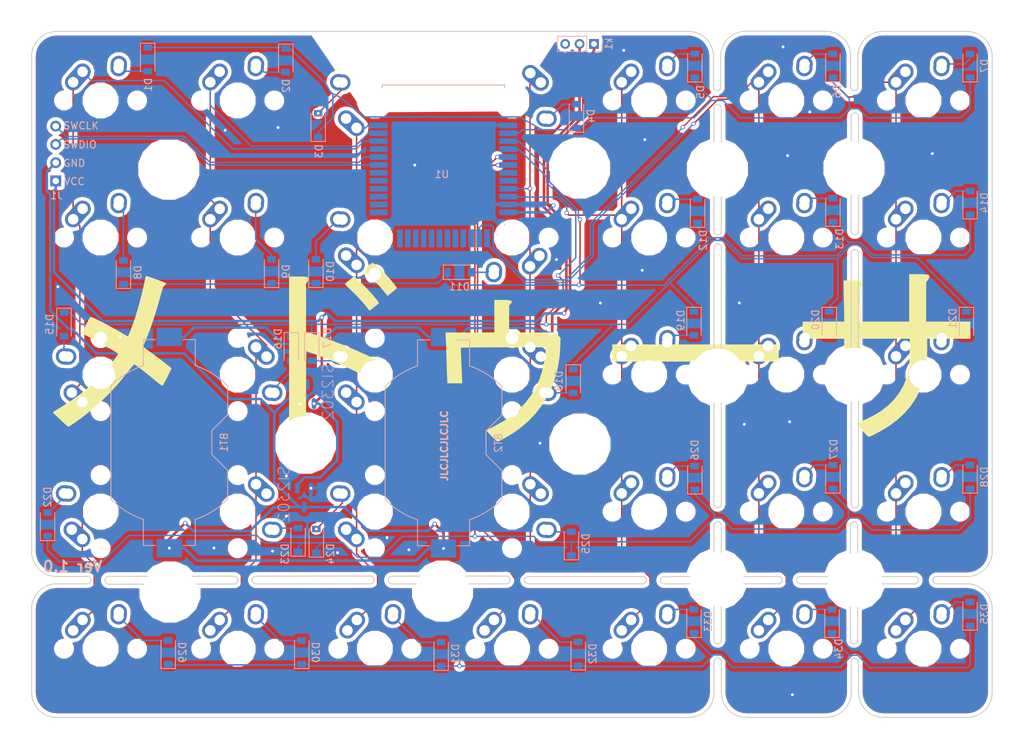
<source format=kicad_pcb>
(kicad_pcb (version 20171130) (host pcbnew "(5.0.0)")
  (layers (0 F.Cu signal) (31 B.Cu signal) (34 B.Paste user) (35 F.Paste user) (36 B.SilkS user) (37 F.SilkS user) (38 B.Mask user) (39 F.Mask user) (44 Edge.Cuts user))
  (net 0 "")
  (net 1 VCC_S)
  (net 2 GND_BAT)
  (net 3 "Net-(D1-Pad2)")
  (net 4 ROW0)
  (net 5 "Net-(D2-Pad2)")
  (net 6 "Net-(D3-Pad2)")
  (net 7 "Net-(D4-Pad2)")
  (net 8 "Net-(D5-Pad2)")
  (net 9 "Net-(D6-Pad2)")
  (net 10 "Net-(D7-Pad2)")
  (net 11 ROW1)
  (net 12 "Net-(D8-Pad2)")
  (net 13 "Net-(D9-Pad2)")
  (net 14 "Net-(D10-Pad2)")
  (net 15 "Net-(D11-Pad2)")
  (net 16 "Net-(D12-Pad2)")
  (net 17 "Net-(D13-Pad2)")
  (net 18 "Net-(D14-Pad2)")
  (net 19 "Net-(D15-Pad2)")
  (net 20 ROW2)
  (net 21 "Net-(D16-Pad2)")
  (net 22 "Net-(D17-Pad2)")
  (net 23 "Net-(D18-Pad2)")
  (net 24 "Net-(D19-Pad2)")
  (net 25 "Net-(D20-Pad2)")
  (net 26 "Net-(D21-Pad2)")
  (net 27 "Net-(D22-Pad2)")
  (net 28 ROW3)
  (net 29 "Net-(D23-Pad2)")
  (net 30 "Net-(D24-Pad2)")
  (net 31 "Net-(D25-Pad2)")
  (net 32 "Net-(D26-Pad2)")
  (net 33 "Net-(D27-Pad2)")
  (net 34 "Net-(D28-Pad2)")
  (net 35 "Net-(D29-Pad2)")
  (net 36 ROW4)
  (net 37 "Net-(D30-Pad2)")
  (net 38 "Net-(D31-Pad2)")
  (net 39 "Net-(D32-Pad2)")
  (net 40 "Net-(D33-Pad2)")
  (net 41 "Net-(D34-Pad2)")
  (net 42 "Net-(D35-Pad2)")
  (net 43 SWDIO)
  (net 44 VCC)
  (net 45 COL0)
  (net 46 COL1)
  (net 47 COL2)
  (net 48 COL3)
  (net 49 COL4)
  (net 50 COL5)
  (net 51 COL6)
  (net 52 GND)
  (net 53 SWCLK)
  (module keyboard_parts:PIN_1 (layer F.Cu) (at 161.798 66.548)
    (fp_text reference P? hide)
    (fp_text value CONN_1 hide)
    (pad "" np_thru_hole circle (at 0 0) (size 7.5 7.5) (drill 7.5) (layers *.Cu *.Mask))
  )
  (module keyboard_parts:PIN_1 (layer F.Cu) (at 161.798 95.25)
    (fp_text reference P? hide)
    (fp_text value CONN_1 hide)
    (pad "" np_thru_hole circle (at 0 0) (size 7.5 7.5) (drill 7.5) (layers *.Cu *.Mask))
  )
  (module keyboard_parts:PIN_1 (layer F.Cu) (at 142.875 95.377)
    (fp_text reference P? hide)
    (fp_text value CONN_1 hide)
    (pad "" np_thru_hole circle (at 0 0) (size 7.5 7.5) (drill 7.5) (layers *.Cu *.Mask))
  )
  (module keyboard_parts:PIN_1 (layer F.Cu) (at 66.802 125.476)
    (fp_text reference P? hide)
    (fp_text value CONN_1 hide)
    (pad "" np_thru_hole circle (at 0 0) (size 7.5 7.5) (drill 7.5) (layers *.Cu *.Mask))
  )
  (module keyboard_parts:PIN_1 (layer F.Cu) (at 104.648 125.349)
    (fp_text reference P? hide)
    (fp_text value CONN_1 hide)
    (pad "" np_thru_hole circle (at 0 0) (size 7.5 7.5) (drill 7.5) (layers *.Cu *.Mask))
  )
  (module keyboard_parts:PIN_1 (layer F.Cu) (at 142.748 123.698)
    (fp_text reference P? hide)
    (fp_text value CONN_1 hide)
    (pad "" np_thru_hole circle (at 0 0) (size 7.5 7.5) (drill 7.5) (layers *.Cu *.Mask))
  )
  (module keyboard_parts:PIN_1 (layer F.Cu) (at 85.598 104.775)
    (fp_text reference P? hide)
    (fp_text value CONN_1 hide)
    (pad "" np_thru_hole circle (at 0 0) (size 7.5 7.5) (drill 7.5) (layers *.Cu *.Mask))
  )
  (module keyboard_parts:PIN_1 (layer F.Cu) (at 123.698 66.548)
    (fp_text reference P? hide)
    (fp_text value CONN_1 hide)
    (pad "" np_thru_hole circle (at 0 0) (size 7.5 7.5) (drill 7.5) (layers *.Cu *.Mask))
  )
  (module keyboard_parts:PIN_1 (layer F.Cu) (at 161.90976 123.80468)
    (fp_text reference P? hide)
    (fp_text value CONN_1 hide)
    (pad "" np_thru_hole circle (at 0 0) (size 7.5 7.5) (drill 7.5) (layers *.Cu *.Mask))
  )
  (module keyboard_parts:PIN_1 (layer F.Cu) (at 123.7234 104.89692)
    (fp_text reference P? hide)
    (fp_text value CONN_1 hide)
    (pad "" np_thru_hole circle (at 0 0) (size 7.5 7.5) (drill 7.5) (layers *.Cu *.Mask))
  )
  (module keyboard_parts:PIN_1 (layer F.Cu) (at 142.82928 66.70548)
    (fp_text reference P? hide)
    (fp_text value CONN_1 hide)
    (pad "" np_thru_hole circle (at 0 0) (size 7.5 7.5) (drill 7.5) (layers *.Cu *.Mask))
  )
  (module keyboard_parts:PIN_1 (layer F.Cu) (at 66.6242 66.69532)
    (fp_text reference P? hide)
    (fp_text value CONN_1 hide)
    (pad "" np_thru_hole circle (at 0 0) (size 7.5 7.5) (drill 7.5) (layers *.Cu *.Mask))
  )
  (module MX_Alps_Hybrid:MX-1U-NoLED (layer F.Cu) (at 152.4 114.3)
    (fp_text reference MX27)
    (fp_text value MX-1U)
    (pad "" np_thru_hole circle (at 5.08 0 48.0996) (size 1.75 1.75) (drill 1.75) (layers *.Cu *.Mask))
    (pad "" np_thru_hole circle (at -5.08 0 48.0996) (size 1.75 1.75) (drill 1.75) (layers *.Cu *.Mask))
    (pad 1 thru_hole circle (at -2.5 -4) (size 2.25 2.25) (drill 1.47) (layers *.Cu B.Mask) (net 50 COL5))
    (pad "" np_thru_hole circle (at 0 0) (size 3.9878 3.9878) (drill 3.9878) (layers *.Cu *.Mask))
    (pad 1 thru_hole oval (at -3.81 -2.54 48.0996) (size 4.211556 2.25) (drill 1.47 (offset 0.980778 0)) (layers *.Cu B.Mask) (net 50 COL5))
    (pad 2 thru_hole circle (at 2.54 -5.08) (size 2.25 2.25) (drill 1.47) (layers *.Cu B.Mask) (net 33 "Net-(D27-Pad2)"))
    (pad 2 thru_hole oval (at 2.5 -4.5 86.0548) (size 2.831378 2.25) (drill 1.47 (offset 0.290689 0)) (layers *.Cu B.Mask) (net 33 "Net-(D27-Pad2)"))
  )
  (module MX_Alps_Hybrid:MX-1U-NoLED (layer F.Cu) (at 152.4 95.25)
    (fp_text reference MX20)
    (fp_text value MX-1U)
    (pad 2 thru_hole oval (at 2.5 -4.5 86.0548) (size 2.831378 2.25) (drill 1.47 (offset 0.290689 0)) (layers *.Cu B.Mask) (net 25 "Net-(D20-Pad2)"))
    (pad 2 thru_hole circle (at 2.54 -5.08) (size 2.25 2.25) (drill 1.47) (layers *.Cu B.Mask) (net 25 "Net-(D20-Pad2)"))
    (pad 1 thru_hole oval (at -3.81 -2.54 48.0996) (size 4.211556 2.25) (drill 1.47 (offset 0.980778 0)) (layers *.Cu B.Mask) (net 50 COL5))
    (pad "" np_thru_hole circle (at 0 0) (size 3.9878 3.9878) (drill 3.9878) (layers *.Cu *.Mask))
    (pad 1 thru_hole circle (at -2.5 -4) (size 2.25 2.25) (drill 1.47) (layers *.Cu B.Mask) (net 50 COL5))
    (pad "" np_thru_hole circle (at -5.08 0 48.0996) (size 1.75 1.75) (drill 1.75) (layers *.Cu *.Mask))
    (pad "" np_thru_hole circle (at 5.08 0 48.0996) (size 1.75 1.75) (drill 1.75) (layers *.Cu *.Mask))
  )
  (module MX_Alps_Hybrid:MX-1U-NoLED (layer F.Cu) (at 152.4 76.2)
    (fp_text reference MX13)
    (fp_text value MX-1U)
    (pad "" np_thru_hole circle (at 5.08 0 48.0996) (size 1.75 1.75) (drill 1.75) (layers *.Cu *.Mask))
    (pad "" np_thru_hole circle (at -5.08 0 48.0996) (size 1.75 1.75) (drill 1.75) (layers *.Cu *.Mask))
    (pad 1 thru_hole circle (at -2.5 -4) (size 2.25 2.25) (drill 1.47) (layers *.Cu B.Mask) (net 50 COL5))
    (pad "" np_thru_hole circle (at 0 0) (size 3.9878 3.9878) (drill 3.9878) (layers *.Cu *.Mask))
    (pad 1 thru_hole oval (at -3.81 -2.54 48.0996) (size 4.211556 2.25) (drill 1.47 (offset 0.980778 0)) (layers *.Cu B.Mask) (net 50 COL5))
    (pad 2 thru_hole circle (at 2.54 -5.08) (size 2.25 2.25) (drill 1.47) (layers *.Cu B.Mask) (net 17 "Net-(D13-Pad2)"))
    (pad 2 thru_hole oval (at 2.5 -4.5 86.0548) (size 2.831378 2.25) (drill 1.47 (offset 0.290689 0)) (layers *.Cu B.Mask) (net 17 "Net-(D13-Pad2)"))
  )
  (module Pin_Headers:Pin_Header_Straight_1x03_Pitch2.00mm (layer B.Cu) (at 125.68936 49.28616 90)
    (fp_text reference k1 (at 0 2.06 90) (layer B.SilkS) (effects (justify mirror)))
    (fp_text value KEYSW)
    (pad 1 thru_hole rect (at 0 0 90) (size 1.35 1.35) (drill 0.8) (layers *.Cu *.Mask) (net 44 VCC))
    (pad 2 thru_hole oval (at 0 -2 90) (size 1.35 1.35) (drill 0.8) (layers *.Cu *.Mask) (net 1 VCC_S))
    (pad 3 thru_hole oval (at 0 -4 90) (size 1.35 1.35) (drill 0.8) (layers *.Cu *.Mask))
  )
  (module Battery_Holders:Keystone_1058_1x2032-CoinCell (layer B.Cu) (at 66.69532 104.68864 270)
    (fp_text reference BT1 (at 0 -7.62 270) (layer B.SilkS) (effects (justify mirror)))
    (fp_text value Battery_Cell)
    (pad 1 smd rect (at -14.68 0 270) (size 2.54 3.51) (layers B.Cu B.Paste B.Mask) (net 1 VCC_S))
    (pad 2 smd rect (at 14.68 0 270) (size 2.54 3.51) (layers B.Cu B.Paste B.Mask) (net 2 GND_BAT))
  )
  (module Battery_Holders:Keystone_1058_1x2032-CoinCell (layer B.Cu) (at 104.79024 104.73436 270)
    (fp_text reference BT2 (at 0 -7.62 270) (layer B.SilkS) (effects (justify mirror)))
    (fp_text value Battery_Cell)
    (pad 2 smd rect (at 14.68 0 270) (size 2.54 3.51) (layers B.Cu B.Paste B.Mask) (net 2 GND_BAT))
    (pad 1 smd rect (at -14.68 0 270) (size 2.54 3.51) (layers B.Cu B.Paste B.Mask) (net 1 VCC_S))
  )
  (module Diodes_SMD:D_SOD-123 (layer B.Cu) (at 63.6905 51.435 270)
    (fp_text reference D1 (at 3.5306 -0.0889 270) (layer B.SilkS) (effects (justify mirror)))
    (fp_text value D_ALT)
    (pad 2 smd rect (at 1.65 0 270) (size 0.9 1.2) (layers B.Cu B.Paste B.Mask) (net 3 "Net-(D1-Pad2)"))
    (pad 1 smd rect (at -1.65 0 270) (size 0.9 1.2) (layers B.Cu B.Paste B.Mask) (net 4 ROW0))
  )
  (module Diodes_SMD:D_SOD-123 (layer B.Cu) (at 82.8675 51.562 270)
    (fp_text reference D2 (at 3.556 -0.0635 270) (layer B.SilkS) (effects (justify mirror)))
    (fp_text value D_ALT)
    (pad 1 smd rect (at -1.65 0 270) (size 0.9 1.2) (layers B.Cu B.Paste B.Mask) (net 4 ROW0))
    (pad 2 smd rect (at 1.65 0 270) (size 0.9 1.2) (layers B.Cu B.Paste B.Mask) (net 5 "Net-(D2-Pad2)"))
  )
  (module Diodes_SMD:D_SOD-123 (layer B.Cu) (at 87.376 60.579 90)
    (fp_text reference D3 (at -3.6068 0.127 90) (layer B.SilkS) (effects (justify mirror)))
    (fp_text value D_ALT)
    (pad 2 smd rect (at 1.65 0 90) (size 0.9 1.2) (layers B.Cu B.Paste B.Mask) (net 6 "Net-(D3-Pad2)"))
    (pad 1 smd rect (at -1.65 0 90) (size 0.9 1.2) (layers B.Cu B.Paste B.Mask) (net 4 ROW0))
  )
  (module Diodes_SMD:D_SOD-123 (layer B.Cu) (at 123.2535 59.309 90)
    (fp_text reference D4 (at 0 2 90) (layer B.SilkS) (effects (justify mirror)))
    (fp_text value D_ALT)
    (pad 1 smd rect (at -1.65 0 90) (size 0.9 1.2) (layers B.Cu B.Paste B.Mask) (net 4 ROW0))
    (pad 2 smd rect (at 1.65 0 90) (size 0.9 1.2) (layers B.Cu B.Paste B.Mask) (net 7 "Net-(D4-Pad2)"))
  )
  (module Diodes_SMD:D_SOD-123 (layer B.Cu) (at 139.7 52.324 90)
    (fp_text reference D5 (at -3.6576 0.7874 90) (layer B.SilkS) (effects (justify mirror)))
    (fp_text value D_ALT)
    (pad 2 smd rect (at 1.65 0 90) (size 0.9 1.2) (layers B.Cu B.Paste B.Mask) (net 8 "Net-(D5-Pad2)"))
    (pad 1 smd rect (at -1.65 0 90) (size 0.9 1.2) (layers B.Cu B.Paste B.Mask) (net 4 ROW0))
  )
  (module Diodes_SMD:D_SOD-123 (layer B.Cu) (at 158.877 52.324 90)
    (fp_text reference D6 (at -3.556 0.5842 90) (layer B.SilkS) (effects (justify mirror)))
    (fp_text value D_ALT)
    (pad 1 smd rect (at -1.65 0 90) (size 0.9 1.2) (layers B.Cu B.Paste B.Mask) (net 4 ROW0))
    (pad 2 smd rect (at 1.65 0 90) (size 0.9 1.2) (layers B.Cu B.Paste B.Mask) (net 9 "Net-(D6-Pad2)"))
  )
  (module Diodes_SMD:D_SOD-123 (layer B.Cu) (at 177.927 52.324 90)
    (fp_text reference D7 (at 0 2 90) (layer B.SilkS) (effects (justify mirror)))
    (fp_text value D_ALT)
    (pad 2 smd rect (at 1.65 0 90) (size 0.9 1.2) (layers B.Cu B.Paste B.Mask) (net 10 "Net-(D7-Pad2)"))
    (pad 1 smd rect (at -1.65 0 90) (size 0.9 1.2) (layers B.Cu B.Paste B.Mask) (net 4 ROW0))
  )
  (module Diodes_SMD:D_SOD-123 (layer B.Cu) (at 60.325 81.026 90)
    (fp_text reference D8 (at 0 2 90) (layer B.SilkS) (effects (justify mirror)))
    (fp_text value D_ALT)
    (pad 1 smd rect (at -1.65 0 90) (size 0.9 1.2) (layers B.Cu B.Paste B.Mask) (net 11 ROW1))
    (pad 2 smd rect (at 1.65 0 90) (size 0.9 1.2) (layers B.Cu B.Paste B.Mask) (net 12 "Net-(D8-Pad2)"))
  )
  (module Diodes_SMD:D_SOD-123 (layer B.Cu) (at 80.899 80.899 90)
    (fp_text reference D9 (at 0 2 90) (layer B.SilkS) (effects (justify mirror)))
    (fp_text value D_ALT)
    (pad 2 smd rect (at 1.65 0 90) (size 0.9 1.2) (layers B.Cu B.Paste B.Mask) (net 13 "Net-(D9-Pad2)"))
    (pad 1 smd rect (at -1.65 0 90) (size 0.9 1.2) (layers B.Cu B.Paste B.Mask) (net 11 ROW1))
  )
  (module Diodes_SMD:D_SOD-123 (layer B.Cu) (at 87.0585 80.899 90)
    (fp_text reference D10 (at 0 2 90) (layer B.SilkS) (effects (justify mirror)))
    (fp_text value D_ALT)
    (pad 1 smd rect (at -1.65 0 90) (size 0.9 1.2) (layers B.Cu B.Paste B.Mask) (net 11 ROW1))
    (pad 2 smd rect (at 1.65 0 90) (size 0.9 1.2) (layers B.Cu B.Paste B.Mask) (net 14 "Net-(D10-Pad2)"))
  )
  (module Diodes_SMD:D_SOD-123 (layer B.Cu) (at 106.9975 81.026)
    (fp_text reference D11 (at 0 2) (layer B.SilkS) (effects (justify mirror)))
    (fp_text value D_ALT)
    (pad 2 smd rect (at 1.65 0) (size 0.9 1.2) (layers B.Cu B.Paste B.Mask) (net 15 "Net-(D11-Pad2)"))
    (pad 1 smd rect (at -1.65 0) (size 0.9 1.2) (layers B.Cu B.Paste B.Mask) (net 11 ROW1))
  )
  (module Diodes_SMD:D_SOD-123 (layer B.Cu) (at 140.081 72.517 90)
    (fp_text reference D12 (at -4.064 0.762 90) (layer B.SilkS) (effects (justify mirror)))
    (fp_text value D_ALT)
    (pad 1 smd rect (at -1.65 0 90) (size 0.9 1.2) (layers B.Cu B.Paste B.Mask) (net 11 ROW1))
    (pad 2 smd rect (at 1.65 0 90) (size 0.9 1.2) (layers B.Cu B.Paste B.Mask) (net 16 "Net-(D12-Pad2)"))
  )
  (module Diodes_SMD:D_SOD-123 (layer B.Cu) (at 158.877 72.39 90)
    (fp_text reference D13 (at -3.9878 0.9398 90) (layer B.SilkS) (effects (justify mirror)))
    (fp_text value D_ALT)
    (pad 2 smd rect (at 1.65 0 90) (size 0.9 1.2) (layers B.Cu B.Paste B.Mask) (net 17 "Net-(D13-Pad2)"))
    (pad 1 smd rect (at -1.65 0 90) (size 0.9 1.2) (layers B.Cu B.Paste B.Mask) (net 11 ROW1))
  )
  (module Diodes_SMD:D_SOD-123 (layer B.Cu) (at 177.927 71.374 90)
    (fp_text reference D14 (at 0 2 90) (layer B.SilkS) (effects (justify mirror)))
    (fp_text value D_ALT)
    (pad 1 smd rect (at -1.65 0 90) (size 0.9 1.2) (layers B.Cu B.Paste B.Mask) (net 11 ROW1))
    (pad 2 smd rect (at 1.65 0 90) (size 0.9 1.2) (layers B.Cu B.Paste B.Mask) (net 18 "Net-(D14-Pad2)"))
  )
  (module Diodes_SMD:D_SOD-123 (layer B.Cu) (at 52.07 88.265 270)
    (fp_text reference D15 (at 0 2 270) (layer B.SilkS) (effects (justify mirror)))
    (fp_text value D_ALT)
    (pad 2 smd rect (at 1.65 0 270) (size 0.9 1.2) (layers B.Cu B.Paste B.Mask) (net 19 "Net-(D15-Pad2)"))
    (pad 1 smd rect (at -1.65 0 270) (size 0.9 1.2) (layers B.Cu B.Paste B.Mask) (net 20 ROW2))
  )
  (module Diodes_SMD:D_SOD-123 (layer B.Cu) (at 83.65236 91.65336 270)
    (fp_text reference D16 (at -1.38176 1.86436 270) (layer B.SilkS) (effects (justify mirror)))
    (fp_text value D_ALT)
    (pad 1 smd rect (at -1.65 0 270) (size 0.9 1.2) (layers B.Cu B.Paste B.Mask) (net 20 ROW2))
    (pad 2 smd rect (at 1.65 0 270) (size 0.9 1.2) (layers B.Cu B.Paste B.Mask) (net 21 "Net-(D16-Pad2)"))
  )
  (module Diodes_SMD:D_SOD-123 (layer B.Cu) (at 86.487 91.67876 270)
    (fp_text reference D17 (at -1.53416 -2.159 270) (layer B.SilkS) (effects (justify mirror)))
    (fp_text value D_ALT)
    (pad 2 smd rect (at 1.65 0 270) (size 0.9 1.2) (layers B.Cu B.Paste B.Mask) (net 22 "Net-(D17-Pad2)"))
    (pad 1 smd rect (at -1.65 0 270) (size 0.9 1.2) (layers B.Cu B.Paste B.Mask) (net 20 ROW2))
  )
  (module Diodes_SMD:D_SOD-123 (layer B.Cu) (at 122.809 96.139 270)
    (fp_text reference D18 (at 0 2 270) (layer B.SilkS) (effects (justify mirror)))
    (fp_text value D_ALT)
    (pad 1 smd rect (at -1.65 0 270) (size 0.9 1.2) (layers B.Cu B.Paste B.Mask) (net 20 ROW2))
    (pad 2 smd rect (at 1.65 0 270) (size 0.9 1.2) (layers B.Cu B.Paste B.Mask) (net 23 "Net-(D18-Pad2)"))
  )
  (module Diodes_SMD:D_SOD-123 (layer B.Cu) (at 139.573 88.138 270)
    (fp_text reference D19 (at -0.4318 1.8288 270) (layer B.SilkS) (effects (justify mirror)))
    (fp_text value D_ALT)
    (pad 2 smd rect (at 1.65 0 270) (size 0.9 1.2) (layers B.Cu B.Paste B.Mask) (net 24 "Net-(D19-Pad2)"))
    (pad 1 smd rect (at -1.65 0 270) (size 0.9 1.2) (layers B.Cu B.Paste B.Mask) (net 20 ROW2))
  )
  (module Diodes_SMD:D_SOD-123 (layer B.Cu) (at 158.369 88.138 270)
    (fp_text reference D20 (at -0.508 1.905 270) (layer B.SilkS) (effects (justify mirror)))
    (fp_text value D_ALT)
    (pad 1 smd rect (at -1.65 0 270) (size 0.9 1.2) (layers B.Cu B.Paste B.Mask) (net 20 ROW2))
    (pad 2 smd rect (at 1.65 0 270) (size 0.9 1.2) (layers B.Cu B.Paste B.Mask) (net 25 "Net-(D20-Pad2)"))
  )
  (module Diodes_SMD:D_SOD-123 (layer B.Cu) (at 177.419 88.138 270)
    (fp_text reference D21 (at -0.6858 1.905 270) (layer B.SilkS) (effects (justify mirror)))
    (fp_text value D_ALT)
    (pad 1 smd rect (at -1.65 0 270) (size 0.9 1.2) (layers B.Cu B.Paste B.Mask) (net 20 ROW2))
    (pad 2 smd rect (at 1.65 0 270) (size 0.9 1.2) (layers B.Cu B.Paste B.Mask) (net 26 "Net-(D21-Pad2)"))
  )
  (module Diodes_SMD:D_SOD-123 (layer B.Cu) (at 49.784 116.078 90)
    (fp_text reference D22 (at 3.81 0 90) (layer B.SilkS) (effects (justify mirror)))
    (fp_text value D_ALT)
    (pad 2 smd rect (at 1.65 0 90) (size 0.9 1.2) (layers B.Cu B.Paste B.Mask) (net 27 "Net-(D22-Pad2)"))
    (pad 1 smd rect (at -1.65 0 90) (size 0.9 1.2) (layers B.Cu B.Paste B.Mask) (net 28 ROW3))
  )
  (module Diodes_SMD:D_SOD-123 (layer B.Cu) (at 84.582 118.237 90)
    (fp_text reference D23 (at -1.9304 -1.8034 90) (layer B.SilkS) (effects (justify mirror)))
    (fp_text value D_ALT)
    (pad 1 smd rect (at -1.65 0 90) (size 0.9 1.2) (layers B.Cu B.Paste B.Mask) (net 28 ROW3))
    (pad 2 smd rect (at 1.65 0 90) (size 0.9 1.2) (layers B.Cu B.Paste B.Mask) (net 29 "Net-(D23-Pad2)"))
  )
  (module Diodes_SMD:D_SOD-123 (layer B.Cu) (at 87.122 118.364 90)
    (fp_text reference D24 (at -1.8034 1.9558 90) (layer B.SilkS) (effects (justify mirror)))
    (fp_text value D_ALT)
    (pad 2 smd rect (at 1.65 0 90) (size 0.9 1.2) (layers B.Cu B.Paste B.Mask) (net 30 "Net-(D24-Pad2)"))
    (pad 1 smd rect (at -1.65 0 90) (size 0.9 1.2) (layers B.Cu B.Paste B.Mask) (net 28 ROW3))
  )
  (module Diodes_SMD:D_SOD-123 (layer B.Cu) (at 122.555 118.745 90)
    (fp_text reference D25 (at 0 2 90) (layer B.SilkS) (effects (justify mirror)))
    (fp_text value D_ALT)
    (pad 1 smd rect (at -1.65 0 90) (size 0.9 1.2) (layers B.Cu B.Paste B.Mask) (net 28 ROW3))
    (pad 2 smd rect (at 1.65 0 90) (size 0.9 1.2) (layers B.Cu B.Paste B.Mask) (net 31 "Net-(D25-Pad2)"))
  )
  (module Diodes_SMD:D_SOD-123 (layer B.Cu) (at 139.7 109.601 90)
    (fp_text reference D26 (at 3.8608 0 90) (layer B.SilkS) (effects (justify mirror)))
    (fp_text value D_ALT)
    (pad 2 smd rect (at 1.65 0 90) (size 0.9 1.2) (layers B.Cu B.Paste B.Mask) (net 32 "Net-(D26-Pad2)"))
    (pad 1 smd rect (at -1.65 0 90) (size 0.9 1.2) (layers B.Cu B.Paste B.Mask) (net 28 ROW3))
  )
  (module Diodes_SMD:D_SOD-123 (layer B.Cu) (at 158.877 109.474 90)
    (fp_text reference D27 (at 3.8354 0.1016 90) (layer B.SilkS) (effects (justify mirror)))
    (fp_text value D_ALT)
    (pad 2 smd rect (at 1.65 0 90) (size 0.9 1.2) (layers B.Cu B.Paste B.Mask) (net 33 "Net-(D27-Pad2)"))
    (pad 1 smd rect (at -1.65 0 90) (size 0.9 1.2) (layers B.Cu B.Paste B.Mask) (net 28 ROW3))
  )
  (module Diodes_SMD:D_SOD-123 (layer B.Cu) (at 177.927 109.474 90)
    (fp_text reference D28 (at 0 2 90) (layer B.SilkS) (effects (justify mirror)))
    (fp_text value D_ALT)
    (pad 2 smd rect (at 1.65 0 90) (size 0.9 1.2) (layers B.Cu B.Paste B.Mask) (net 34 "Net-(D28-Pad2)"))
    (pad 1 smd rect (at -1.65 0 90) (size 0.9 1.2) (layers B.Cu B.Paste B.Mask) (net 28 ROW3))
  )
  (module Diodes_SMD:D_SOD-123 (layer B.Cu) (at 66.548 133.858 90)
    (fp_text reference D29 (at 0 2 90) (layer B.SilkS) (effects (justify mirror)))
    (fp_text value D_ALT)
    (pad 2 smd rect (at 1.65 0 90) (size 0.9 1.2) (layers B.Cu B.Paste B.Mask) (net 35 "Net-(D29-Pad2)"))
    (pad 1 smd rect (at -1.65 0 90) (size 0.9 1.2) (layers B.Cu B.Paste B.Mask) (net 36 ROW4))
  )
  (module Diodes_SMD:D_SOD-123 (layer B.Cu) (at 85.09 133.858 90)
    (fp_text reference D30 (at 0 2 90) (layer B.SilkS) (effects (justify mirror)))
    (fp_text value D_ALT)
    (pad 1 smd rect (at -1.65 0 90) (size 0.9 1.2) (layers B.Cu B.Paste B.Mask) (net 36 ROW4))
    (pad 2 smd rect (at 1.65 0 90) (size 0.9 1.2) (layers B.Cu B.Paste B.Mask) (net 37 "Net-(D30-Pad2)"))
  )
  (module Diodes_SMD:D_SOD-123 (layer B.Cu) (at 104.4575 134.112 90)
    (fp_text reference D31 (at 0 2 90) (layer B.SilkS) (effects (justify mirror)))
    (fp_text value D_ALT)
    (pad 1 smd rect (at -1.65 0 90) (size 0.9 1.2) (layers B.Cu B.Paste B.Mask) (net 36 ROW4))
    (pad 2 smd rect (at 1.65 0 90) (size 0.9 1.2) (layers B.Cu B.Paste B.Mask) (net 38 "Net-(D31-Pad2)"))
  )
  (module Diodes_SMD:D_SOD-123 (layer B.Cu) (at 123.5075 134.0485 90)
    (fp_text reference D32 (at 0 2 90) (layer B.SilkS) (effects (justify mirror)))
    (fp_text value D_ALT)
    (pad 1 smd rect (at -1.65 0 90) (size 0.9 1.2) (layers B.Cu B.Paste B.Mask) (net 36 ROW4))
    (pad 2 smd rect (at 1.65 0 90) (size 0.9 1.2) (layers B.Cu B.Paste B.Mask) (net 39 "Net-(D32-Pad2)"))
  )
  (module Diodes_SMD:D_SOD-123 (layer B.Cu) (at 139.573 129.54 90)
    (fp_text reference D33 (at 0 2 90) (layer B.SilkS) (effects (justify mirror)))
    (fp_text value D_ALT)
    (pad 2 smd rect (at 1.65 0 90) (size 0.9 1.2) (layers B.Cu B.Paste B.Mask) (net 40 "Net-(D33-Pad2)"))
    (pad 1 smd rect (at -1.65 0 90) (size 0.9 1.2) (layers B.Cu B.Paste B.Mask) (net 36 ROW4))
  )
  (module Diodes_SMD:D_SOD-123 (layer B.Cu) (at 158.75 129.54 90)
    (fp_text reference D34 (at -3.8354 0.9398 90) (layer B.SilkS) (effects (justify mirror)))
    (fp_text value D_ALT)
    (pad 1 smd rect (at -1.65 0 90) (size 0.9 1.2) (layers B.Cu B.Paste B.Mask) (net 36 ROW4))
    (pad 2 smd rect (at 1.65 0 90) (size 0.9 1.2) (layers B.Cu B.Paste B.Mask) (net 41 "Net-(D34-Pad2)"))
  )
  (module Diodes_SMD:D_SOD-123 (layer B.Cu) (at 177.927 128.524 90)
    (fp_text reference D35 (at 0 2 90) (layer B.SilkS) (effects (justify mirror)))
    (fp_text value D_ALT)
    (pad 2 smd rect (at 1.65 0 90) (size 0.9 1.2) (layers B.Cu B.Paste B.Mask) (net 42 "Net-(D35-Pad2)"))
    (pad 1 smd rect (at -1.65 0 90) (size 0.9 1.2) (layers B.Cu B.Paste B.Mask) (net 36 ROW4))
  )
  (module mitosis-parts:programming_port (layer B.Cu) (at 50.92192 68.33108 180)
    (fp_text reference J1 (at -0.08128 -2.02692 180) (layer B.SilkS) (effects (justify mirror)))
    (fp_text value Conn_01x04 hide)
    (pad 4 thru_hole circle (at 0 7.62 90) (size 1.5 1.5) (drill 0.9) (layers *.Cu *.Paste *.Mask) (net 53 SWCLK))
    (pad 3 thru_hole circle (at 0 5.08 90) (size 1.5 1.5) (drill 0.9) (layers *.Cu *.Paste *.Mask) (net 43 SWDIO))
    (pad 2 thru_hole circle (at 0 2.54 90) (size 1.5 1.5) (drill 0.9) (layers *.Cu *.Paste *.Mask) (net 2 GND_BAT))
    (pad 1 thru_hole rect (at 0 0 90) (size 1.5 1.5) (drill 0.9) (layers *.Cu *.Paste *.Mask) (net 44 VCC))
  )
  (module MX_Alps_Hybrid:MX-1U-NoLED (layer F.Cu) (at 57.15 57.15)
    (fp_text reference MX1)
    (fp_text value MX-1U)
    (pad 2 thru_hole oval (at 2.5 -4.5 86.0548) (size 2.831378 2.25) (drill 1.47 (offset 0.290689 0)) (layers *.Cu B.Mask) (net 3 "Net-(D1-Pad2)"))
    (pad 2 thru_hole circle (at 2.54 -5.08) (size 2.25 2.25) (drill 1.47) (layers *.Cu B.Mask) (net 3 "Net-(D1-Pad2)"))
    (pad 1 thru_hole oval (at -3.81 -2.54 48.0996) (size 4.211556 2.25) (drill 1.47 (offset 0.980778 0)) (layers *.Cu B.Mask) (net 45 COL0))
    (pad "" np_thru_hole circle (at 0 0) (size 3.9878 3.9878) (drill 3.9878) (layers *.Cu *.Mask))
    (pad 1 thru_hole circle (at -2.5 -4) (size 2.25 2.25) (drill 1.47) (layers *.Cu B.Mask) (net 45 COL0))
    (pad "" np_thru_hole circle (at -5.08 0 48.0996) (size 1.75 1.75) (drill 1.75) (layers *.Cu *.Mask))
    (pad "" np_thru_hole circle (at 5.08 0 48.0996) (size 1.75 1.75) (drill 1.75) (layers *.Cu *.Mask))
  )
  (module MX_Alps_Hybrid:MX-1U-NoLED (layer F.Cu) (at 76.2 57.15)
    (fp_text reference MX2)
    (fp_text value MX-1U)
    (pad "" np_thru_hole circle (at 5.08 0 48.0996) (size 1.75 1.75) (drill 1.75) (layers *.Cu *.Mask))
    (pad "" np_thru_hole circle (at -5.08 0 48.0996) (size 1.75 1.75) (drill 1.75) (layers *.Cu *.Mask))
    (pad 1 thru_hole circle (at -2.5 -4) (size 2.25 2.25) (drill 1.47) (layers *.Cu B.Mask) (net 46 COL1))
    (pad "" np_thru_hole circle (at 0 0) (size 3.9878 3.9878) (drill 3.9878) (layers *.Cu *.Mask))
    (pad 1 thru_hole oval (at -3.81 -2.54 48.0996) (size 4.211556 2.25) (drill 1.47 (offset 0.980778 0)) (layers *.Cu B.Mask) (net 46 COL1))
    (pad 2 thru_hole circle (at 2.54 -5.08) (size 2.25 2.25) (drill 1.47) (layers *.Cu B.Mask) (net 5 "Net-(D2-Pad2)"))
    (pad 2 thru_hole oval (at 2.5 -4.5 86.0548) (size 2.831378 2.25) (drill 1.47 (offset 0.290689 0)) (layers *.Cu B.Mask) (net 5 "Net-(D2-Pad2)"))
  )
  (module MX_Alps_Hybrid:MX-1U-NoLED (layer F.Cu) (at 95.25 57.15 90)
    (fp_text reference MX3)
    (fp_text value MX-1U)
    (pad 2 thru_hole oval (at 2.5 -4.5 176.0548) (size 2.831378 2.25) (drill 1.47 (offset 0.290689 0)) (layers *.Cu B.Mask) (net 6 "Net-(D3-Pad2)"))
    (pad 2 thru_hole circle (at 2.54 -5.08 90) (size 2.25 2.25) (drill 1.47) (layers *.Cu B.Mask) (net 6 "Net-(D3-Pad2)"))
    (pad 1 thru_hole oval (at -3.81 -2.54 138.0996) (size 4.211556 2.25) (drill 1.47 (offset 0.980778 0)) (layers *.Cu B.Mask) (net 47 COL2))
    (pad "" np_thru_hole circle (at 0 0 90) (size 3.9878 3.9878) (drill 3.9878) (layers *.Cu *.Mask))
    (pad 1 thru_hole circle (at -2.5 -4 90) (size 2.25 2.25) (drill 1.47) (layers *.Cu B.Mask) (net 47 COL2))
    (pad "" np_thru_hole circle (at 5.08 0 138.1) (size 1.75 1.75) (drill 1.75) (layers *.Cu *.Mask))
  )
  (module MX_Alps_Hybrid:MX-1U-NoLED (layer F.Cu) (at 114.3 57.15 270)
    (fp_text reference MX4)
    (fp_text value MX-1U)
    (pad 2 thru_hole oval (at 2.5 -4.5 356.0548) (size 2.831378 2.25) (drill 1.47 (offset 0.290689 0)) (layers *.Cu B.Mask) (net 7 "Net-(D4-Pad2)"))
    (pad 2 thru_hole circle (at 2.54 -5.08 270) (size 2.25 2.25) (drill 1.47) (layers *.Cu B.Mask) (net 7 "Net-(D4-Pad2)"))
    (pad 1 thru_hole oval (at -3.81 -2.54 318.0996) (size 4.211556 2.25) (drill 1.47 (offset 0.980778 0)) (layers *.Cu B.Mask) (net 48 COL3))
    (pad "" np_thru_hole circle (at 0 0 270) (size 3.9878 3.9878) (drill 3.9878) (layers *.Cu *.Mask))
    (pad 1 thru_hole circle (at -2.5 -4 270) (size 2.25 2.25) (drill 1.47) (layers *.Cu B.Mask) (net 48 COL3))
    (pad "" np_thru_hole circle (at -5.08 0 318.0996) (size 1.75 1.75) (drill 1.75) (layers *.Cu *.Mask))
    (pad "" connect circle (at 57.15 0 318.1) (size 1.75 1.75) (layers F.Cu F.Mask))
  )
  (module MX_Alps_Hybrid:MX-1U-NoLED (layer F.Cu) (at 133.35 57.15)
    (fp_text reference MX5)
    (fp_text value MX-1U)
    (pad 2 thru_hole oval (at 2.5 -4.5 86.0548) (size 2.831378 2.25) (drill 1.47 (offset 0.290689 0)) (layers *.Cu B.Mask) (net 8 "Net-(D5-Pad2)"))
    (pad 2 thru_hole circle (at 2.54 -5.08) (size 2.25 2.25) (drill 1.47) (layers *.Cu B.Mask) (net 8 "Net-(D5-Pad2)"))
    (pad 1 thru_hole oval (at -3.81 -2.54 48.0996) (size 4.211556 2.25) (drill 1.47 (offset 0.980778 0)) (layers *.Cu B.Mask) (net 49 COL4))
    (pad "" np_thru_hole circle (at 0 0) (size 3.9878 3.9878) (drill 3.9878) (layers *.Cu *.Mask))
    (pad 1 thru_hole circle (at -2.5 -4) (size 2.25 2.25) (drill 1.47) (layers *.Cu B.Mask) (net 49 COL4))
    (pad "" np_thru_hole circle (at -5.08 0 48.0996) (size 1.75 1.75) (drill 1.75) (layers *.Cu *.Mask))
    (pad "" np_thru_hole circle (at 5.08 0 48.0996) (size 1.75 1.75) (drill 1.75) (layers *.Cu *.Mask))
  )
  (module MX_Alps_Hybrid:MX-1U-NoLED (layer F.Cu) (at 152.4 57.15)
    (fp_text reference MX6)
    (fp_text value MX-1U)
    (pad 2 thru_hole oval (at 2.5 -4.5 86.0548) (size 2.831378 2.25) (drill 1.47 (offset 0.290689 0)) (layers *.Cu B.Mask) (net 9 "Net-(D6-Pad2)"))
    (pad 2 thru_hole circle (at 2.54 -5.08) (size 2.25 2.25) (drill 1.47) (layers *.Cu B.Mask) (net 9 "Net-(D6-Pad2)"))
    (pad 1 thru_hole oval (at -3.81 -2.54 48.0996) (size 4.211556 2.25) (drill 1.47 (offset 0.980778 0)) (layers *.Cu B.Mask) (net 50 COL5))
    (pad "" np_thru_hole circle (at 0 0) (size 3.9878 3.9878) (drill 3.9878) (layers *.Cu *.Mask))
    (pad 1 thru_hole circle (at -2.5 -4) (size 2.25 2.25) (drill 1.47) (layers *.Cu B.Mask) (net 50 COL5))
    (pad "" np_thru_hole circle (at -5.08 0 48.0996) (size 1.75 1.75) (drill 1.75) (layers *.Cu *.Mask))
    (pad "" np_thru_hole circle (at 5.08 0 48.0996) (size 1.75 1.75) (drill 1.75) (layers *.Cu *.Mask))
  )
  (module MX_Alps_Hybrid:MX-1U-NoLED (layer F.Cu) (at 171.45 57.15)
    (fp_text reference MX7)
    (fp_text value MX-1U)
    (pad "" np_thru_hole circle (at 5.08 0 48.0996) (size 1.75 1.75) (drill 1.75) (layers *.Cu *.Mask))
    (pad "" np_thru_hole circle (at -5.08 0 48.0996) (size 1.75 1.75) (drill 1.75) (layers *.Cu *.Mask))
    (pad 1 thru_hole circle (at -2.5 -4) (size 2.25 2.25) (drill 1.47) (layers *.Cu B.Mask) (net 51 COL6))
    (pad "" np_thru_hole circle (at 0 0) (size 3.9878 3.9878) (drill 3.9878) (layers *.Cu *.Mask))
    (pad 1 thru_hole oval (at -3.81 -2.54 48.0996) (size 4.211556 2.25) (drill 1.47 (offset 0.980778 0)) (layers *.Cu B.Mask) (net 51 COL6))
    (pad 2 thru_hole circle (at 2.54 -5.08) (size 2.25 2.25) (drill 1.47) (layers *.Cu B.Mask) (net 10 "Net-(D7-Pad2)"))
    (pad 2 thru_hole oval (at 2.5 -4.5 86.0548) (size 2.831378 2.25) (drill 1.47 (offset 0.290689 0)) (layers *.Cu B.Mask) (net 10 "Net-(D7-Pad2)"))
  )
  (module MX_Alps_Hybrid:MX-1U-NoLED (layer F.Cu) (at 57.15 76.2)
    (fp_text reference MX8)
    (fp_text value MX-1U)
    (pad 2 thru_hole oval (at 2.5 -4.5 86.0548) (size 2.831378 2.25) (drill 1.47 (offset 0.290689 0)) (layers *.Cu B.Mask) (net 12 "Net-(D8-Pad2)"))
    (pad 2 thru_hole circle (at 2.54 -5.08) (size 2.25 2.25) (drill 1.47) (layers *.Cu B.Mask) (net 12 "Net-(D8-Pad2)"))
    (pad 1 thru_hole oval (at -3.81 -2.54 48.0996) (size 4.211556 2.25) (drill 1.47 (offset 0.980778 0)) (layers *.Cu B.Mask) (net 45 COL0))
    (pad "" np_thru_hole circle (at 0 0) (size 3.9878 3.9878) (drill 3.9878) (layers *.Cu *.Mask))
    (pad 1 thru_hole circle (at -2.5 -4) (size 2.25 2.25) (drill 1.47) (layers *.Cu B.Mask) (net 45 COL0))
    (pad "" np_thru_hole circle (at -5.08 0 48.0996) (size 1.75 1.75) (drill 1.75) (layers *.Cu *.Mask))
    (pad "" np_thru_hole circle (at 5.08 0 48.0996) (size 1.75 1.75) (drill 1.75) (layers *.Cu *.Mask))
  )
  (module MX_Alps_Hybrid:MX-1U-NoLED (layer F.Cu) (at 76.2 76.2)
    (fp_text reference MX9)
    (fp_text value MX-1U)
    (pad 2 thru_hole oval (at 2.5 -4.5 86.0548) (size 2.831378 2.25) (drill 1.47 (offset 0.290689 0)) (layers *.Cu B.Mask) (net 13 "Net-(D9-Pad2)"))
    (pad 2 thru_hole circle (at 2.54 -5.08) (size 2.25 2.25) (drill 1.47) (layers *.Cu B.Mask) (net 13 "Net-(D9-Pad2)"))
    (pad 1 thru_hole oval (at -3.81 -2.54 48.0996) (size 4.211556 2.25) (drill 1.47 (offset 0.980778 0)) (layers *.Cu B.Mask) (net 46 COL1))
    (pad "" np_thru_hole circle (at 0 0) (size 3.9878 3.9878) (drill 3.9878) (layers *.Cu *.Mask))
    (pad 1 thru_hole circle (at -2.5 -4) (size 2.25 2.25) (drill 1.47) (layers *.Cu B.Mask) (net 46 COL1))
    (pad "" np_thru_hole circle (at -5.08 0 48.0996) (size 1.75 1.75) (drill 1.75) (layers *.Cu *.Mask))
    (pad "" np_thru_hole circle (at 5.08 0 48.0996) (size 1.75 1.75) (drill 1.75) (layers *.Cu *.Mask))
  )
  (module MX_Alps_Hybrid:MX-1U-NoLED (layer F.Cu) (at 95.25 76.2 90)
    (fp_text reference MX10)
    (fp_text value MX-1U)
    (pad 2 thru_hole oval (at 2.5 -4.5 176.0548) (size 2.831378 2.25) (drill 1.47 (offset 0.290689 0)) (layers *.Cu B.Mask) (net 14 "Net-(D10-Pad2)"))
    (pad 2 thru_hole circle (at 2.54 -5.08 90) (size 2.25 2.25) (drill 1.47) (layers *.Cu B.Mask) (net 14 "Net-(D10-Pad2)"))
    (pad 1 thru_hole oval (at -3.81 -2.54 138.0996) (size 4.211556 2.25) (drill 1.47 (offset 0.980778 0)) (layers *.Cu B.Mask) (net 47 COL2))
    (pad "" np_thru_hole circle (at 0 0 90) (size 3.9878 3.9878) (drill 3.9878) (layers *.Cu *.Mask))
    (pad 1 thru_hole circle (at -2.5 -4 90) (size 2.25 2.25) (drill 1.47) (layers *.Cu B.Mask) (net 47 COL2))
    (pad "" np_thru_hole circle (at -5.08 0 138.0996) (size 1.75 1.75) (drill 1.75) (layers *.Cu *.Mask))
  )
  (module MX_Alps_Hybrid:MX-1U-NoLED (layer F.Cu) (at 114.3 76.2 180)
    (fp_text reference MX11)
    (fp_text value MX-1U)
    (pad 2 thru_hole oval (at 2.5 -4.5 266.0548) (size 2.831378 2.25) (drill 1.47 (offset 0.290689 0)) (layers *.Cu B.Mask) (net 15 "Net-(D11-Pad2)"))
    (pad 2 thru_hole circle (at 2.54 -5.08 180) (size 2.25 2.25) (drill 1.47) (layers *.Cu B.Mask) (net 15 "Net-(D11-Pad2)"))
    (pad 1 thru_hole oval (at -3.81 -2.54 228.0996) (size 4.211556 2.25) (drill 1.47 (offset 0.980778 0)) (layers *.Cu B.Mask) (net 48 COL3))
    (pad "" np_thru_hole circle (at 0 0 180) (size 3.9878 3.9878) (drill 3.9878) (layers *.Cu *.Mask))
    (pad 1 thru_hole circle (at -2.5 -4 180) (size 2.25 2.25) (drill 1.47) (layers *.Cu B.Mask) (net 48 COL3))
    (pad "" np_thru_hole circle (at -5.08 0 228.0996) (size 1.75 1.75) (drill 1.75) (layers *.Cu *.Mask))
  )
  (module MX_Alps_Hybrid:MX-1U-NoLED (layer F.Cu) (at 133.35 76.2)
    (fp_text reference MX12)
    (fp_text value MX-1U)
    (pad 2 thru_hole oval (at 2.5 -4.5 86.0548) (size 2.831378 2.25) (drill 1.47 (offset 0.290689 0)) (layers *.Cu B.Mask) (net 16 "Net-(D12-Pad2)"))
    (pad 2 thru_hole circle (at 2.54 -5.08) (size 2.25 2.25) (drill 1.47) (layers *.Cu B.Mask) (net 16 "Net-(D12-Pad2)"))
    (pad 1 thru_hole oval (at -3.81 -2.54 48.0996) (size 4.211556 2.25) (drill 1.47 (offset 0.980778 0)) (layers *.Cu B.Mask) (net 49 COL4))
    (pad "" np_thru_hole circle (at 0 0) (size 3.9878 3.9878) (drill 3.9878) (layers *.Cu *.Mask))
    (pad 1 thru_hole circle (at -2.5 -4) (size 2.25 2.25) (drill 1.47) (layers *.Cu B.Mask) (net 49 COL4))
    (pad "" np_thru_hole circle (at -5.08 0 48.0996) (size 1.75 1.75) (drill 1.75) (layers *.Cu *.Mask))
    (pad "" np_thru_hole circle (at 5.08 0 48.0996) (size 1.75 1.75) (drill 1.75) (layers *.Cu *.Mask))
  )
  (module MX_Alps_Hybrid:MX-1U-NoLED (layer F.Cu) (at 171.45 76.2)
    (fp_text reference MX14)
    (fp_text value MX-1U)
    (pad "" np_thru_hole circle (at 5.08 0 48.0996) (size 1.75 1.75) (drill 1.75) (layers *.Cu *.Mask))
    (pad "" np_thru_hole circle (at -5.08 0 48.0996) (size 1.75 1.75) (drill 1.75) (layers *.Cu *.Mask))
    (pad 1 thru_hole circle (at -2.5 -4) (size 2.25 2.25) (drill 1.47) (layers *.Cu B.Mask) (net 51 COL6))
    (pad "" np_thru_hole circle (at 0 0) (size 3.9878 3.9878) (drill 3.9878) (layers *.Cu *.Mask))
    (pad 1 thru_hole oval (at -3.81 -2.54 48.0996) (size 4.211556 2.25) (drill 1.47 (offset 0.980778 0)) (layers *.Cu B.Mask) (net 51 COL6))
    (pad 2 thru_hole circle (at 2.54 -5.08) (size 2.25 2.25) (drill 1.47) (layers *.Cu B.Mask) (net 18 "Net-(D14-Pad2)"))
    (pad 2 thru_hole oval (at 2.5 -4.5 86.0548) (size 2.831378 2.25) (drill 1.47 (offset 0.290689 0)) (layers *.Cu B.Mask) (net 18 "Net-(D14-Pad2)"))
  )
  (module MX_Alps_Hybrid:MX-1U-NoLED (layer F.Cu) (at 57.15 95.25 90)
    (fp_text reference MX15)
    (fp_text value MX-1U)
    (pad 2 thru_hole oval (at 2.5 -4.5 176.0548) (size 2.831378 2.25) (drill 1.47 (offset 0.290689 0)) (layers *.Cu B.Mask) (net 19 "Net-(D15-Pad2)"))
    (pad 2 thru_hole circle (at 2.54 -5.08 90) (size 2.25 2.25) (drill 1.47) (layers *.Cu B.Mask) (net 19 "Net-(D15-Pad2)"))
    (pad 1 thru_hole oval (at -3.81 -2.54 138.0996) (size 4.211556 2.25) (drill 1.47 (offset 0.980778 0)) (layers *.Cu B.Mask) (net 45 COL0))
    (pad "" np_thru_hole circle (at 0 0 90) (size 3.9878 3.9878) (drill 3.9878) (layers *.Cu *.Mask))
    (pad 1 thru_hole circle (at -2.5 -4 90) (size 2.25 2.25) (drill 1.47) (layers *.Cu B.Mask) (net 45 COL0))
    (pad "" np_thru_hole circle (at -5.08 0 138.0996) (size 1.75 1.75) (drill 1.75) (layers *.Cu *.Mask))
    (pad "" np_thru_hole circle (at 5.08 0 138.0996) (size 1.75 1.75) (drill 1.75) (layers *.Cu *.Mask))
  )
  (module MX_Alps_Hybrid:MX-1U-NoLED (layer F.Cu) (at 76.2 95.25 270)
    (fp_text reference MX16)
    (fp_text value MX-1U)
    (pad 2 thru_hole oval (at 2.5 -4.5 356.0548) (size 2.831378 2.25) (drill 1.47 (offset 0.290689 0)) (layers *.Cu B.Mask) (net 21 "Net-(D16-Pad2)"))
    (pad 2 thru_hole circle (at 2.54 -5.08 270) (size 2.25 2.25) (drill 1.47) (layers *.Cu B.Mask) (net 21 "Net-(D16-Pad2)"))
    (pad 1 thru_hole oval (at -3.81 -2.54 318.0996) (size 4.211556 2.25) (drill 1.47 (offset 0.980778 0)) (layers *.Cu B.Mask) (net 46 COL1))
    (pad "" np_thru_hole circle (at 0 0 270) (size 3.9878 3.9878) (drill 3.9878) (layers *.Cu *.Mask))
    (pad 1 thru_hole circle (at -2.5 -4 270) (size 2.25 2.25) (drill 1.47) (layers *.Cu B.Mask) (net 46 COL1))
    (pad "" np_thru_hole circle (at -5.08 0 318.0996) (size 1.75 1.75) (drill 1.75) (layers *.Cu *.Mask))
    (pad "" np_thru_hole circle (at 5.08 0 318.0996) (size 1.75 1.75) (drill 1.75) (layers *.Cu *.Mask))
  )
  (module MX_Alps_Hybrid:MX-1U-NoLED (layer F.Cu) (at 95.25 95.25 90)
    (fp_text reference MX17)
    (fp_text value MX-1U)
    (pad "" np_thru_hole circle (at 5.08 0 138.0996) (size 1.75 1.75) (drill 1.75) (layers *.Cu *.Mask))
    (pad "" np_thru_hole circle (at -5.08 0 138.0996) (size 1.75 1.75) (drill 1.75) (layers *.Cu *.Mask))
    (pad 1 thru_hole circle (at -2.5 -4 90) (size 2.25 2.25) (drill 1.47) (layers *.Cu B.Mask) (net 47 COL2))
    (pad "" np_thru_hole circle (at 0 0 90) (size 3.9878 3.9878) (drill 3.9878) (layers *.Cu *.Mask))
    (pad 1 thru_hole oval (at -3.81 -2.54 138.0996) (size 4.211556 2.25) (drill 1.47 (offset 0.980778 0)) (layers *.Cu B.Mask) (net 47 COL2))
    (pad 2 thru_hole circle (at 2.54 -5.08 90) (size 2.25 2.25) (drill 1.47) (layers *.Cu B.Mask) (net 22 "Net-(D17-Pad2)"))
    (pad 2 thru_hole oval (at 2.5 -4.5 176.0548) (size 2.831378 2.25) (drill 1.47 (offset 0.290689 0)) (layers *.Cu B.Mask) (net 22 "Net-(D17-Pad2)"))
  )
  (module MX_Alps_Hybrid:MX-1U-NoLED (layer F.Cu) (at 114.3 95.25 270)
    (fp_text reference MX18)
    (fp_text value MX-1U)
    (pad "" np_thru_hole circle (at 5.08 0 318.0996) (size 1.75 1.75) (drill 1.75) (layers *.Cu *.Mask))
    (pad "" np_thru_hole circle (at -5.08 0 318.0996) (size 1.75 1.75) (drill 1.75) (layers *.Cu *.Mask))
    (pad 1 thru_hole circle (at -2.5 -4 270) (size 2.25 2.25) (drill 1.47) (layers *.Cu B.Mask) (net 48 COL3))
    (pad "" np_thru_hole circle (at 0 0 270) (size 3.9878 3.9878) (drill 3.9878) (layers *.Cu *.Mask))
    (pad 1 thru_hole oval (at -3.81 -2.54 318.0996) (size 4.211556 2.25) (drill 1.47 (offset 0.980778 0)) (layers *.Cu B.Mask) (net 48 COL3))
    (pad 2 thru_hole circle (at 2.54 -5.08 270) (size 2.25 2.25) (drill 1.47) (layers *.Cu B.Mask) (net 23 "Net-(D18-Pad2)"))
    (pad 2 thru_hole oval (at 2.5 -4.5 356.0548) (size 2.831378 2.25) (drill 1.47 (offset 0.290689 0)) (layers *.Cu B.Mask) (net 23 "Net-(D18-Pad2)"))
  )
  (module MX_Alps_Hybrid:MX-1U-NoLED (layer F.Cu) (at 133.35 95.25)
    (fp_text reference MX19)
    (fp_text value MX-1U)
    (pad 2 thru_hole oval (at 2.5 -4.5 86.0548) (size 2.831378 2.25) (drill 1.47 (offset 0.290689 0)) (layers *.Cu B.Mask) (net 24 "Net-(D19-Pad2)"))
    (pad 2 thru_hole circle (at 2.54 -5.08) (size 2.25 2.25) (drill 1.47) (layers *.Cu B.Mask) (net 24 "Net-(D19-Pad2)"))
    (pad 1 thru_hole oval (at -3.81 -2.54 48.0996) (size 4.211556 2.25) (drill 1.47 (offset 0.980778 0)) (layers *.Cu B.Mask) (net 49 COL4))
    (pad "" np_thru_hole circle (at 0 0) (size 3.9878 3.9878) (drill 3.9878) (layers *.Cu *.Mask))
    (pad 1 thru_hole circle (at -2.5 -4) (size 2.25 2.25) (drill 1.47) (layers *.Cu B.Mask) (net 49 COL4))
    (pad "" np_thru_hole circle (at -5.08 0 48.0996) (size 1.75 1.75) (drill 1.75) (layers *.Cu *.Mask))
    (pad "" np_thru_hole circle (at 5.08 0 48.0996) (size 1.75 1.75) (drill 1.75) (layers *.Cu *.Mask))
  )
  (module MX_Alps_Hybrid:MX-1U-NoLED (layer F.Cu) (at 171.45 95.25)
    (fp_text reference MX21)
    (fp_text value MX-1U)
    (pad "" np_thru_hole circle (at 5.08 0 48.0996) (size 1.75 1.75) (drill 1.75) (layers *.Cu *.Mask))
    (pad "" np_thru_hole circle (at -5.08 0 48.0996) (size 1.75 1.75) (drill 1.75) (layers *.Cu *.Mask))
    (pad 1 thru_hole circle (at -2.5 -4) (size 2.25 2.25) (drill 1.47) (layers *.Cu B.Mask) (net 51 COL6))
    (pad "" np_thru_hole circle (at 0 0) (size 3.9878 3.9878) (drill 3.9878) (layers *.Cu *.Mask))
    (pad 1 thru_hole oval (at -3.81 -2.54 48.0996) (size 4.211556 2.25) (drill 1.47 (offset 0.980778 0)) (layers *.Cu B.Mask) (net 51 COL6))
    (pad 2 thru_hole circle (at 2.54 -5.08) (size 2.25 2.25) (drill 1.47) (layers *.Cu B.Mask) (net 26 "Net-(D21-Pad2)"))
    (pad 2 thru_hole oval (at 2.5 -4.5 86.0548) (size 2.831378 2.25) (drill 1.47 (offset 0.290689 0)) (layers *.Cu B.Mask) (net 26 "Net-(D21-Pad2)"))
  )
  (module MX_Alps_Hybrid:MX-1U-NoLED (layer F.Cu) (at 57.15 114.3 90)
    (fp_text reference MX22)
    (fp_text value MX-1U)
    (pad "" np_thru_hole circle (at 5.08 0 138.0996) (size 1.75 1.75) (drill 1.75) (layers *.Cu *.Mask))
    (pad "" np_thru_hole circle (at -5.08 0 138.0996) (size 1.75 1.75) (drill 1.75) (layers *.Cu *.Mask))
    (pad 1 thru_hole circle (at -2.5 -4 90) (size 2.25 2.25) (drill 1.47) (layers *.Cu B.Mask) (net 45 COL0))
    (pad "" np_thru_hole circle (at 0 0 90) (size 3.9878 3.9878) (drill 3.9878) (layers *.Cu *.Mask))
    (pad 1 thru_hole oval (at -3.81 -2.54 138.0996) (size 4.211556 2.25) (drill 1.47 (offset 0.980778 0)) (layers *.Cu B.Mask) (net 45 COL0))
    (pad 2 thru_hole circle (at 2.54 -5.08 90) (size 2.25 2.25) (drill 1.47) (layers *.Cu B.Mask) (net 27 "Net-(D22-Pad2)"))
    (pad 2 thru_hole oval (at 2.5 -4.5 176.0548) (size 2.831378 2.25) (drill 1.47 (offset 0.290689 0)) (layers *.Cu B.Mask) (net 27 "Net-(D22-Pad2)"))
  )
  (module MX_Alps_Hybrid:MX-1U-NoLED (layer F.Cu) (at 76.2 114.3 270)
    (fp_text reference MX23)
    (fp_text value MX-1U)
    (pad "" np_thru_hole circle (at 5.08 0 318.0996) (size 1.75 1.75) (drill 1.75) (layers *.Cu *.Mask))
    (pad "" np_thru_hole circle (at -5.08 0 318.0996) (size 1.75 1.75) (drill 1.75) (layers *.Cu *.Mask))
    (pad 1 thru_hole circle (at -2.5 -4 270) (size 2.25 2.25) (drill 1.47) (layers *.Cu B.Mask) (net 46 COL1))
    (pad "" np_thru_hole circle (at 0 0 270) (size 3.9878 3.9878) (drill 3.9878) (layers *.Cu *.Mask))
    (pad 1 thru_hole oval (at -3.81 -2.54 318.0996) (size 4.211556 2.25) (drill 1.47 (offset 0.980778 0)) (layers *.Cu B.Mask) (net 46 COL1))
    (pad 2 thru_hole circle (at 2.54 -5.08 270) (size 2.25 2.25) (drill 1.47) (layers *.Cu B.Mask) (net 29 "Net-(D23-Pad2)"))
    (pad 2 thru_hole oval (at 2.5 -4.5 356.0548) (size 2.831378 2.25) (drill 1.47 (offset 0.290689 0)) (layers *.Cu B.Mask) (net 29 "Net-(D23-Pad2)"))
  )
  (module MX_Alps_Hybrid:MX-1U-NoLED (layer F.Cu) (at 95.25 114.3 90)
    (fp_text reference MX24)
    (fp_text value MX-1U)
    (pad 2 thru_hole oval (at 2.5 -4.5 176.0548) (size 2.831378 2.25) (drill 1.47 (offset 0.290689 0)) (layers *.Cu B.Mask) (net 30 "Net-(D24-Pad2)"))
    (pad 2 thru_hole circle (at 2.54 -5.08 90) (size 2.25 2.25) (drill 1.47) (layers *.Cu B.Mask) (net 30 "Net-(D24-Pad2)"))
    (pad 1 thru_hole oval (at -3.81 -2.54 138.0996) (size 4.211556 2.25) (drill 1.47 (offset 0.980778 0)) (layers *.Cu B.Mask) (net 47 COL2))
    (pad "" np_thru_hole circle (at 0 0 90) (size 3.9878 3.9878) (drill 3.9878) (layers *.Cu *.Mask))
    (pad 1 thru_hole circle (at -2.5 -4 90) (size 2.25 2.25) (drill 1.47) (layers *.Cu B.Mask) (net 47 COL2))
    (pad "" np_thru_hole circle (at -5.08 0 138.0996) (size 1.75 1.75) (drill 1.75) (layers *.Cu *.Mask))
    (pad "" np_thru_hole circle (at 5.08 0 138.0996) (size 1.75 1.75) (drill 1.75) (layers *.Cu *.Mask))
  )
  (module MX_Alps_Hybrid:MX-1U-NoLED (layer F.Cu) (at 114.3 114.3 270)
    (fp_text reference MX25)
    (fp_text value MX-1U)
    (pad "" np_thru_hole circle (at 5.08 0 318.0996) (size 1.75 1.75) (drill 1.75) (layers *.Cu *.Mask))
    (pad "" np_thru_hole circle (at -5.08 0 318.0996) (size 1.75 1.75) (drill 1.75) (layers *.Cu *.Mask))
    (pad 1 thru_hole circle (at -2.5 -4 270) (size 2.25 2.25) (drill 1.47) (layers *.Cu B.Mask) (net 48 COL3))
    (pad "" np_thru_hole circle (at 0 0 270) (size 3.9878 3.9878) (drill 3.9878) (layers *.Cu *.Mask))
    (pad 1 thru_hole oval (at -3.81 -2.54 318.0996) (size 4.211556 2.25) (drill 1.47 (offset 0.980778 0)) (layers *.Cu B.Mask) (net 48 COL3))
    (pad 2 thru_hole circle (at 2.54 -5.08 270) (size 2.25 2.25) (drill 1.47) (layers *.Cu B.Mask) (net 31 "Net-(D25-Pad2)"))
    (pad 2 thru_hole oval (at 2.5 -4.5 356.0548) (size 2.831378 2.25) (drill 1.47 (offset 0.290689 0)) (layers *.Cu B.Mask) (net 31 "Net-(D25-Pad2)"))
  )
  (module MX_Alps_Hybrid:MX-1U-NoLED (layer F.Cu) (at 133.35 114.3)
    (fp_text reference MX26)
    (fp_text value MX-1U)
    (pad 2 thru_hole oval (at 2.5 -4.5 86.0548) (size 2.831378 2.25) (drill 1.47 (offset 0.290689 0)) (layers *.Cu B.Mask) (net 32 "Net-(D26-Pad2)"))
    (pad 2 thru_hole circle (at 2.54 -5.08) (size 2.25 2.25) (drill 1.47) (layers *.Cu B.Mask) (net 32 "Net-(D26-Pad2)"))
    (pad 1 thru_hole oval (at -3.81 -2.54 48.0996) (size 4.211556 2.25) (drill 1.47 (offset 0.980778 0)) (layers *.Cu B.Mask) (net 49 COL4))
    (pad "" np_thru_hole circle (at 0 0) (size 3.9878 3.9878) (drill 3.9878) (layers *.Cu *.Mask))
    (pad 1 thru_hole circle (at -2.5 -4) (size 2.25 2.25) (drill 1.47) (layers *.Cu B.Mask) (net 49 COL4))
    (pad "" np_thru_hole circle (at -5.08 0 48.0996) (size 1.75 1.75) (drill 1.75) (layers *.Cu *.Mask))
    (pad "" np_thru_hole circle (at 5.08 0 48.0996) (size 1.75 1.75) (drill 1.75) (layers *.Cu *.Mask))
  )
  (module MX_Alps_Hybrid:MX-1U-NoLED (layer F.Cu) (at 171.45 114.3)
    (fp_text reference MX28)
    (fp_text value MX-1U)
    (pad 2 thru_hole oval (at 2.5 -4.5 86.0548) (size 2.831378 2.25) (drill 1.47 (offset 0.290689 0)) (layers *.Cu B.Mask) (net 34 "Net-(D28-Pad2)"))
    (pad 2 thru_hole circle (at 2.54 -5.08) (size 2.25 2.25) (drill 1.47) (layers *.Cu B.Mask) (net 34 "Net-(D28-Pad2)"))
    (pad 1 thru_hole oval (at -3.81 -2.54 48.0996) (size 4.211556 2.25) (drill 1.47 (offset 0.980778 0)) (layers *.Cu B.Mask) (net 51 COL6))
    (pad "" np_thru_hole circle (at 0 0) (size 3.9878 3.9878) (drill 3.9878) (layers *.Cu *.Mask))
    (pad 1 thru_hole circle (at -2.5 -4) (size 2.25 2.25) (drill 1.47) (layers *.Cu B.Mask) (net 51 COL6))
    (pad "" np_thru_hole circle (at -5.08 0 48.0996) (size 1.75 1.75) (drill 1.75) (layers *.Cu *.Mask))
    (pad "" np_thru_hole circle (at 5.08 0 48.0996) (size 1.75 1.75) (drill 1.75) (layers *.Cu *.Mask))
  )
  (module MX_Alps_Hybrid:MX-1U-NoLED (layer F.Cu) (at 57.15 133.35)
    (fp_text reference MX29)
    (fp_text value MX-1U)
    (pad "" np_thru_hole circle (at 5.08 0 48.0996) (size 1.75 1.75) (drill 1.75) (layers *.Cu *.Mask))
    (pad "" np_thru_hole circle (at -5.08 0 48.0996) (size 1.75 1.75) (drill 1.75) (layers *.Cu *.Mask))
    (pad 1 thru_hole circle (at -2.5 -4) (size 2.25 2.25) (drill 1.47) (layers *.Cu B.Mask) (net 45 COL0))
    (pad "" np_thru_hole circle (at 0 0) (size 3.9878 3.9878) (drill 3.9878) (layers *.Cu *.Mask))
    (pad 1 thru_hole oval (at -3.81 -2.54 48.0996) (size 4.211556 2.25) (drill 1.47 (offset 0.980778 0)) (layers *.Cu B.Mask) (net 45 COL0))
    (pad 2 thru_hole circle (at 2.54 -5.08) (size 2.25 2.25) (drill 1.47) (layers *.Cu B.Mask) (net 35 "Net-(D29-Pad2)"))
    (pad 2 thru_hole oval (at 2.5 -4.5 86.0548) (size 2.831378 2.25) (drill 1.47 (offset 0.290689 0)) (layers *.Cu B.Mask) (net 35 "Net-(D29-Pad2)"))
  )
  (module MX_Alps_Hybrid:MX-1U-NoLED (layer F.Cu) (at 76.2 133.35)
    (fp_text reference MX30)
    (fp_text value MX-1U)
    (pad "" np_thru_hole circle (at 5.08 0 48.0996) (size 1.75 1.75) (drill 1.75) (layers *.Cu *.Mask))
    (pad "" np_thru_hole circle (at -5.08 0 48.0996) (size 1.75 1.75) (drill 1.75) (layers *.Cu *.Mask))
    (pad 1 thru_hole circle (at -2.5 -4) (size 2.25 2.25) (drill 1.47) (layers *.Cu B.Mask) (net 46 COL1))
    (pad "" np_thru_hole circle (at 0 0) (size 3.9878 3.9878) (drill 3.9878) (layers *.Cu *.Mask))
    (pad 1 thru_hole oval (at -3.81 -2.54 48.0996) (size 4.211556 2.25) (drill 1.47 (offset 0.980778 0)) (layers *.Cu B.Mask) (net 46 COL1))
    (pad 2 thru_hole circle (at 2.54 -5.08) (size 2.25 2.25) (drill 1.47) (layers *.Cu B.Mask) (net 37 "Net-(D30-Pad2)"))
    (pad 2 thru_hole oval (at 2.5 -4.5 86.0548) (size 2.831378 2.25) (drill 1.47 (offset 0.290689 0)) (layers *.Cu B.Mask) (net 37 "Net-(D30-Pad2)"))
  )
  (module MX_Alps_Hybrid:MX-1U-NoLED (layer F.Cu) (at 95.25 133.35)
    (fp_text reference MX31)
    (fp_text value MX-1U)
    (pad "" np_thru_hole circle (at 5.08 0 48.0996) (size 1.75 1.75) (drill 1.75) (layers *.Cu *.Mask))
    (pad "" np_thru_hole circle (at -5.08 0 48.0996) (size 1.75 1.75) (drill 1.75) (layers *.Cu *.Mask))
    (pad 1 thru_hole circle (at -2.5 -4) (size 2.25 2.25) (drill 1.47) (layers *.Cu B.Mask) (net 47 COL2))
    (pad "" np_thru_hole circle (at 0 0) (size 3.9878 3.9878) (drill 3.9878) (layers *.Cu *.Mask))
    (pad 1 thru_hole oval (at -3.81 -2.54 48.0996) (size 4.211556 2.25) (drill 1.47 (offset 0.980778 0)) (layers *.Cu B.Mask) (net 47 COL2))
    (pad 2 thru_hole circle (at 2.54 -5.08) (size 2.25 2.25) (drill 1.47) (layers *.Cu B.Mask) (net 38 "Net-(D31-Pad2)"))
    (pad 2 thru_hole oval (at 2.5 -4.5 86.0548) (size 2.831378 2.25) (drill 1.47 (offset 0.290689 0)) (layers *.Cu B.Mask) (net 38 "Net-(D31-Pad2)"))
  )
  (module MX_Alps_Hybrid:MX-1U-NoLED (layer F.Cu) (at 114.3 133.35)
    (fp_text reference MX32)
    (fp_text value MX-1U)
    (pad "" np_thru_hole circle (at 5.08 0 48.0996) (size 1.75 1.75) (drill 1.75) (layers *.Cu *.Mask))
    (pad "" np_thru_hole circle (at -5.08 0 48.0996) (size 1.75 1.75) (drill 1.75) (layers *.Cu *.Mask))
    (pad 1 thru_hole circle (at -2.5 -4) (size 2.25 2.25) (drill 1.47) (layers *.Cu B.Mask) (net 48 COL3))
    (pad "" np_thru_hole circle (at 0 0) (size 3.9878 3.9878) (drill 3.9878) (layers *.Cu *.Mask))
    (pad 1 thru_hole oval (at -3.81 -2.54 48.0996) (size 4.211556 2.25) (drill 1.47 (offset 0.980778 0)) (layers *.Cu B.Mask) (net 48 COL3))
    (pad 2 thru_hole circle (at 2.54 -5.08) (size 2.25 2.25) (drill 1.47) (layers *.Cu B.Mask) (net 39 "Net-(D32-Pad2)"))
    (pad 2 thru_hole oval (at 2.5 -4.5 86.0548) (size 2.831378 2.25) (drill 1.47 (offset 0.290689 0)) (layers *.Cu B.Mask) (net 39 "Net-(D32-Pad2)"))
  )
  (module MX_Alps_Hybrid:MX-1U-NoLED (layer F.Cu) (at 133.35 133.35)
    (fp_text reference MX33)
    (fp_text value MX-1U)
    (pad "" np_thru_hole circle (at 5.08 0 48.0996) (size 1.75 1.75) (drill 1.75) (layers *.Cu *.Mask))
    (pad "" np_thru_hole circle (at -5.08 0 48.0996) (size 1.75 1.75) (drill 1.75) (layers *.Cu *.Mask))
    (pad 1 thru_hole circle (at -2.5 -4) (size 2.25 2.25) (drill 1.47) (layers *.Cu B.Mask) (net 49 COL4))
    (pad "" np_thru_hole circle (at 0 0) (size 3.9878 3.9878) (drill 3.9878) (layers *.Cu *.Mask))
    (pad 1 thru_hole oval (at -3.81 -2.54 48.0996) (size 4.211556 2.25) (drill 1.47 (offset 0.980778 0)) (layers *.Cu B.Mask) (net 49 COL4))
    (pad 2 thru_hole circle (at 2.54 -5.08) (size 2.25 2.25) (drill 1.47) (layers *.Cu B.Mask) (net 40 "Net-(D33-Pad2)"))
    (pad 2 thru_hole oval (at 2.5 -4.5 86.0548) (size 2.831378 2.25) (drill 1.47 (offset 0.290689 0)) (layers *.Cu B.Mask) (net 40 "Net-(D33-Pad2)"))
  )
  (module MX_Alps_Hybrid:MX-1U-NoLED (layer F.Cu) (at 152.4 133.35)
    (fp_text reference MX34)
    (fp_text value MX-1U)
    (pad "" np_thru_hole circle (at 5.08 0 48.0996) (size 1.75 1.75) (drill 1.75) (layers *.Cu *.Mask))
    (pad "" np_thru_hole circle (at -5.08 0 48.0996) (size 1.75 1.75) (drill 1.75) (layers *.Cu *.Mask))
    (pad 1 thru_hole circle (at -2.5 -4) (size 2.25 2.25) (drill 1.47) (layers *.Cu B.Mask) (net 50 COL5))
    (pad "" np_thru_hole circle (at 0 0) (size 3.9878 3.9878) (drill 3.9878) (layers *.Cu *.Mask))
    (pad 1 thru_hole oval (at -3.81 -2.54 48.0996) (size 4.211556 2.25) (drill 1.47 (offset 0.980778 0)) (layers *.Cu B.Mask) (net 50 COL5))
    (pad 2 thru_hole circle (at 2.54 -5.08) (size 2.25 2.25) (drill 1.47) (layers *.Cu B.Mask) (net 41 "Net-(D34-Pad2)"))
    (pad 2 thru_hole oval (at 2.5 -4.5 86.0548) (size 2.831378 2.25) (drill 1.47 (offset 0.290689 0)) (layers *.Cu B.Mask) (net 41 "Net-(D34-Pad2)"))
  )
  (module MX_Alps_Hybrid:MX-1U-NoLED (layer F.Cu) (at 171.45 133.35)
    (fp_text reference MX35)
    (fp_text value MX-1U)
    (pad 2 thru_hole oval (at 2.5 -4.5 86.0548) (size 2.831378 2.25) (drill 1.47 (offset 0.290689 0)) (layers *.Cu B.Mask) (net 42 "Net-(D35-Pad2)"))
    (pad 2 thru_hole circle (at 2.54 -5.08) (size 2.25 2.25) (drill 1.47) (layers *.Cu B.Mask) (net 42 "Net-(D35-Pad2)"))
    (pad 1 thru_hole oval (at -3.81 -2.54 48.0996) (size 4.211556 2.25) (drill 1.47 (offset 0.980778 0)) (layers *.Cu B.Mask) (net 51 COL6))
    (pad "" np_thru_hole circle (at 0 0) (size 3.9878 3.9878) (drill 3.9878) (layers *.Cu *.Mask))
    (pad 1 thru_hole circle (at -2.5 -4) (size 2.25 2.25) (drill 1.47) (layers *.Cu B.Mask) (net 51 COL6))
    (pad "" np_thru_hole circle (at -5.08 0 48.0996) (size 1.75 1.75) (drill 1.75) (layers *.Cu *.Mask))
    (pad "" np_thru_hole circle (at 5.08 0 48.0996) (size 1.75 1.75) (drill 1.75) (layers *.Cu *.Mask))
  )
  (module mitosis-parts:SI3202CDS (layer B.Cu) (at 85.852 97.95764 270)
    (fp_text reference Q1 hide)
    (fp_text value SI2302 (at -0.32004 -2.8956 270) (layer B.SilkS) (effects (font (size 1.524 1.524) (thickness 0.1)) (justify mirror)))
    (pad 3 smd oval (at -1.325 0) (size 0.65 1.55) (layers B.Cu B.Paste B.Mask) (net 2 GND_BAT))
    (pad 2 smd oval (at 1.325 0.95) (size 0.65 1.55) (layers B.Cu B.Paste B.Mask) (net 52 GND))
    (pad 1 smd oval (at 1.325 -0.95) (size 0.65 1.55) (layers B.Cu B.Paste B.Mask) (net 44 VCC))
  )
  (module mitosis-parts:SI3202CDS (layer B.Cu) (at 85.4202 112.3442 90)
    (fp_text reference Q2 hide)
    (fp_text value SI2302 (at 0.4572 -2.794 90) (layer B.SilkS) (effects (font (size 1.524 1.524) (thickness 0.1)) (justify mirror)))
    (pad 1 smd oval (at 1.325 -0.95 180) (size 0.65 1.55) (layers B.Cu B.Paste B.Mask) (net 44 VCC))
    (pad 2 smd oval (at 1.325 0.95 180) (size 0.65 1.55) (layers B.Cu B.Paste B.Mask) (net 52 GND))
    (pad 3 smd oval (at -1.325 0 180) (size 0.65 1.55) (layers B.Cu B.Paste B.Mask) (net 2 GND_BAT))
  )
  (module "mitosis-parts:Core51822(B)" (layer B.Cu) (at 104.775 65.405 180)
    (fp_text reference U1 (at 0.2286 -2.0066 180) (layer B.SilkS) (effects (justify mirror)))
    (fp_text value Core51822B)
    (pad 13 smd rect (at -6.05 -10.9 180) (size 0.8 2.5) (layers B.Cu B.Paste B.Mask) (net 50 COL5))
    (pad 14 smd rect (at -4.95 -10.9 180) (size 0.8 2.5) (layers B.Cu B.Paste B.Mask) (net 51 COL6))
    (pad 15 smd rect (at -3.85 -10.9 180) (size 0.8 2.5) (layers B.Cu B.Paste B.Mask))
    (pad 16 smd rect (at -2.75 -10.9 180) (size 0.8 2.5) (layers B.Cu B.Paste B.Mask))
    (pad 17 smd rect (at -1.65 -10.9 180) (size 0.8 2.5) (layers B.Cu B.Paste B.Mask))
    (pad 18 smd rect (at -0.55 -10.9 180) (size 0.8 2.5) (layers B.Cu B.Paste B.Mask))
    (pad 19 smd rect (at 0.55 -10.9 180) (size 0.8 2.5) (layers B.Cu B.Paste B.Mask))
    (pad 20 smd rect (at 1.65 -10.9 180) (size 0.8 2.5) (layers B.Cu B.Paste B.Mask))
    (pad 21 smd rect (at 2.75 -10.9 180) (size 0.8 2.5) (layers B.Cu B.Paste B.Mask))
    (pad 22 smd rect (at 3.85 -10.9 180) (size 0.8 2.5) (layers B.Cu B.Paste B.Mask))
    (pad 23 smd rect (at 4.95 -10.9 180) (size 0.8 2.5) (layers B.Cu B.Paste B.Mask))
    (pad 24 smd rect (at 6.05 -10.9 180) (size 0.8 2.5) (layers B.Cu B.Paste B.Mask))
    (pad 1 smd rect (at -9 4.8 90) (size 0.8 2.5) (layers B.Cu B.Paste B.Mask) (net 52 GND))
    (pad 2 smd rect (at -9 3.7 90) (size 0.8 2.5) (layers B.Cu B.Paste B.Mask) (net 4 ROW0))
    (pad 3 smd rect (at -9 2.6 90) (size 0.8 2.5) (layers B.Cu B.Paste B.Mask) (net 11 ROW1))
    (pad 4 smd rect (at -9 1.5 90) (size 0.8 2.5) (layers B.Cu B.Paste B.Mask) (net 20 ROW2))
    (pad 5 smd rect (at -9 0.4 90) (size 0.8 2.5) (layers B.Cu B.Paste B.Mask) (net 28 ROW3))
    (pad 6 smd rect (at -9 -0.7 90) (size 0.8 2.5) (layers B.Cu B.Paste B.Mask) (net 36 ROW4))
    (pad 7 smd rect (at -9 -1.8 90) (size 0.8 2.5) (layers B.Cu B.Paste B.Mask))
    (pad 8 smd rect (at -9 -2.9 90) (size 0.8 2.5) (layers B.Cu B.Paste B.Mask))
    (pad 9 smd rect (at -9 -4 90) (size 0.8 2.5) (layers B.Cu B.Paste B.Mask) (net 48 COL3))
    (pad 10 smd rect (at -9 -5.1 90) (size 0.8 2.5) (layers B.Cu B.Paste B.Mask) (net 49 COL4))
    (pad 11 smd rect (at -9 -6.2 90) (size 0.8 2.5) (layers B.Cu B.Paste B.Mask) (net 52 GND))
    (pad 12 smd rect (at -9 -7.3 90) (size 0.8 2.5) (layers B.Cu B.Paste B.Mask) (net 44 VCC))
    (pad 25 smd rect (at 9 -7.3 90) (size 0.8 2.5) (layers B.Cu B.Paste B.Mask))
    (pad 26 smd rect (at 9 -6.2 90) (size 0.8 2.5) (layers B.Cu B.Paste B.Mask))
    (pad 27 smd rect (at 9 -5.1 90) (size 0.8 2.5) (layers B.Cu B.Paste B.Mask))
    (pad 28 smd rect (at 9 -4 90) (size 0.8 2.5) (layers B.Cu B.Paste B.Mask))
    (pad 29 smd rect (at 9 -2.9 90) (size 0.8 2.5) (layers B.Cu B.Paste B.Mask))
    (pad 30 smd rect (at 9 -1.8 90) (size 0.8 2.5) (layers B.Cu B.Paste B.Mask))
    (pad 31 smd rect (at 9 -0.7 90) (size 0.8 2.5) (layers B.Cu B.Paste B.Mask) (net 43 SWDIO))
    (pad 32 smd rect (at 9 0.4 90) (size 0.8 2.5) (layers B.Cu B.Paste B.Mask) (net 53 SWCLK))
    (pad 33 smd rect (at 9 1.5 90) (size 0.8 2.5) (layers B.Cu B.Paste B.Mask))
    (pad 34 smd rect (at 9 2.6 90) (size 0.8 2.5) (layers B.Cu B.Paste B.Mask) (net 45 COL0))
    (pad 35 smd rect (at 9 3.7 90) (size 0.8 2.5) (layers B.Cu B.Paste B.Mask) (net 46 COL1))
    (pad 36 smd rect (at 9 4.8 90) (size 0.8 2.5) (layers B.Cu B.Paste B.Mask) (net 47 COL2))
  )
  (module "Mixed Lib:Medusa" (layer F.Cu) (at 114.046 91.694)
    (fp_text reference G*** hide)
    (fp_text value LOGO hide)
  )
  (gr_text VCC (at 53.5178 68.4022) (layer B.SilkS) (effects (font (size 1 1))))
  (gr_text GND (at 53.4924 65.8622) (layer B.SilkS) (effects (font (size 1 1))))
  (gr_text SWDIO (at 54.2798 63.2968) (layer B.SilkS) (effects (font (size 1 1))))
  (gr_text SWCLK (at 54.4322 60.6552) (layer B.SilkS) (effects (font (size 1 1))))
  (gr_arc (start 51.054 119.835718) (end 51.054 123.317) (angle 90) (layer Edge.Cuts) (width 0.15))
  (gr_arc (start 51.054 127.814282) (end 47.572718 127.814282) (angle 90) (layer Edge.Cuts) (width 0.15))
  (gr_line (start 51.0286 123.317) (end 55.3466 123.317) (layer Edge.Cuts) (width 0.15))
  (gr_line (start 47.5742 127.8128) (end 47.5742 139.446) (layer Edge.Cuts) (width 0.15))
  (gr_line (start 51.0286 124.333) (end 55.3212 124.333) (layer Edge.Cuts) (width 0.15))
  (gr_line (start 165.7858 47.5488) (end 177.546 47.5488) (layer Edge.Cuts) (width 0.15))
  (gr_line (start 162.3314 51.0286) (end 162.3314 55.2958) (layer Edge.Cuts) (width 0.15))
  (gr_line (start 161.3408 51.0032) (end 161.3408 55.2958) (layer Edge.Cuts) (width 0.15))
  (gr_line (start 146.7612 47.5234) (end 157.861 47.5234) (layer Edge.Cuts) (width 0.15))
  (gr_line (start 143.2814 51.0032) (end 143.2814 55.2958) (layer Edge.Cuts) (width 0.15))
  (gr_line (start 142.2908 51.0286) (end 142.2908 55.2958) (layer Edge.Cuts) (width 0.15))
  (gr_line (start 51.054 47.5488) (end 138.8364 47.5488) (layer Edge.Cuts) (width 0.15))
  (gr_line (start 47.5742 119.8372) (end 47.5742 51.0286) (layer Edge.Cuts) (width 0.15))
  (gr_line (start 51.054 142.9004) (end 138.8872 142.9004) (layer Edge.Cuts) (width 0.15))
  (gr_line (start 142.367 139.4206) (end 142.367 135.128) (layer Edge.Cuts) (width 0.15))
  (gr_line (start 143.383 139.446) (end 143.383 135.1788) (layer Edge.Cuts) (width 0.15))
  (gr_line (start 157.9372 142.9004) (end 146.8628 142.9004) (layer Edge.Cuts) (width 0.15))
  (gr_line (start 161.417 139.4206) (end 161.417 135.128) (layer Edge.Cuts) (width 0.15))
  (gr_line (start 162.433 139.446) (end 162.433 135.128) (layer Edge.Cuts) (width 0.15))
  (gr_line (start 177.5206 142.9004) (end 165.8874 142.9004) (layer Edge.Cuts) (width 0.15))
  (gr_line (start 181.0004 127.8382) (end 181.0004 139.4206) (layer Edge.Cuts) (width 0.15))
  (gr_line (start 177.5206 124.333) (end 173.2534 124.333) (layer Edge.Cuts) (width 0.15))
  (gr_line (start 177.5206 123.317) (end 173.2534 123.317) (layer Edge.Cuts) (width 0.15))
  (gr_line (start 181.0004 51.0286) (end 181.0004 119.8372) (layer Edge.Cuts) (width 0.15))
  (gr_arc (start 138.809518 51.0286) (end 142.2908 51.0286) (angle -90) (layer Edge.Cuts) (width 0.15))
  (gr_arc (start 146.7612 51.004682) (end 146.7612 47.5234) (angle -90) (layer Edge.Cuts) (width 0.15))
  (gr_arc (start 157.859518 51.0032) (end 161.3408 51.0032) (angle -90) (layer Edge.Cuts) (width 0.15))
  (gr_arc (start 165.8112 51.030082) (end 165.8112 47.5488) (angle -90) (layer Edge.Cuts) (width 0.15))
  (gr_arc (start 177.5206 119.835718) (end 177.5206 123.317) (angle -90) (layer Edge.Cuts) (width 0.15))
  (gr_arc (start 177.5206 127.814282) (end 177.5206 124.333) (angle 90) (layer Edge.Cuts) (width 0.15))
  (gr_arc (start 157.935718 139.4206) (end 161.417 139.4206) (angle 90) (layer Edge.Cuts) (width 0.15))
  (gr_arc (start 165.914282 139.4206) (end 162.433 139.4206) (angle -90) (layer Edge.Cuts) (width 0.15))
  (gr_arc (start 146.864282 139.4206) (end 143.383 139.4206) (angle -90) (layer Edge.Cuts) (width 0.15))
  (gr_arc (start 138.8872 139.419118) (end 138.8872 142.9004) (angle -90) (layer Edge.Cuts) (width 0.15))
  (gr_arc (start 51.055482 51.0286) (end 51.055482 47.547318) (angle -90) (layer Edge.Cuts) (width 0.15))
  (gr_arc (start 177.5206 51.030082) (end 181.001882 51.030082) (angle -90) (layer Edge.Cuts) (width 0.15))
  (gr_arc (start 177.519118 139.4206) (end 177.519118 142.901882) (angle -90) (layer Edge.Cuts) (width 0.15))
  (gr_arc (start 51.054 139.419118) (end 47.572718 139.419118) (angle -90) (layer Edge.Cuts) (width 0.15))
  (gr_text "Ver 1.0\n" (at 53.2638 121.92) (layer B.SilkS) (effects (font (size 1.5 1.5) (thickness 0.3)) (justify mirror)))
  (gr_text JLCJLCJLCJLC (at 104.902 105.156 90) (layer B.SilkS) (effects (font (size 0.95 0.95) (thickness 0.2375))))
  (gr_line (start 59.75096 123.29668) (end 58.2422 123.29668) (layer Edge.Cuts) (width 0.15))
  (gr_line (start 59.75604 124.3838) (end 58.26252 124.3838) (layer Edge.Cuts) (width 0.15))
  (gr_line (start 59.74808 123.29668) (end 75.71252 123.27636) (layer Edge.Cuts) (width 0.15))
  (gr_arc (start 75.67896 123.84316) (end 75.71452 124.36348) (angle -90) (layer Edge.Cuts) (width 0.15))
  (gr_arc (start 58.27856 123.817) (end 58.243 123.29668) (angle -90) (layer Edge.Cuts) (width 0.15))
  (gr_arc (start 58.29088 123.84532) (end 57.75532 123.825) (angle -90) (layer Edge.Cuts) (width 0.15))
  (gr_arc (start 75.66372 123.80684) (end 76.19928 123.82716) (angle -90) (layer Edge.Cuts) (width 0.15))
  (gr_line (start 59.75316 124.3838) (end 75.7176 124.36348) (layer Edge.Cuts) (width 0.15))
  (gr_arc (start 94.62276 123.81268) (end 94.65832 124.333) (angle -90) (layer Edge.Cuts) (width 0.15))
  (gr_arc (start 94.60752 123.77636) (end 95.14308 123.79668) (angle -90) (layer Edge.Cuts) (width 0.15))
  (gr_line (start 78.69188 123.2662) (end 94.65632 123.24588) (layer Edge.Cuts) (width 0.15))
  (gr_line (start 78.69696 124.35332) (end 94.6614 124.333) (layer Edge.Cuts) (width 0.15))
  (gr_arc (start 78.73468 123.81484) (end 78.19912 123.79452) (angle -90) (layer Edge.Cuts) (width 0.15))
  (gr_arc (start 78.72236 123.78652) (end 78.6868 123.2662) (angle -90) (layer Edge.Cuts) (width 0.15))
  (gr_arc (start 113.50752 123.77636) (end 114.04308 123.79668) (angle -90) (layer Edge.Cuts) (width 0.15))
  (gr_arc (start 113.52276 123.81268) (end 113.55832 124.333) (angle -90) (layer Edge.Cuts) (width 0.15))
  (gr_line (start 97.59188 123.2662) (end 113.55632 123.24588) (layer Edge.Cuts) (width 0.15))
  (gr_line (start 97.59696 124.35332) (end 113.5614 124.333) (layer Edge.Cuts) (width 0.15))
  (gr_arc (start 97.63468 123.81484) (end 97.09912 123.79452) (angle -90) (layer Edge.Cuts) (width 0.15))
  (gr_arc (start 97.62236 123.78652) (end 97.5868 123.2662) (angle -90) (layer Edge.Cuts) (width 0.15))
  (gr_arc (start 132.46794 123.83648) (end 132.4527 124.33648) (angle -90) (layer Edge.Cuts) (width 0.15))
  (gr_line (start 116.49388 123.3281) (end 132.47864 123.3281) (layer Edge.Cuts) (width 0.15))
  (gr_arc (start 116.51704 123.83008) (end 116.5018 123.33008) (angle -90) (layer Edge.Cuts) (width 0.15))
  (gr_arc (start 132.48424 123.817) (end 132.969 123.817) (angle -90) (layer Edge.Cuts) (width 0.15))
  (gr_arc (start 116.53228 123.81992) (end 116.01704 123.81992) (angle -90) (layer Edge.Cuts) (width 0.15))
  (gr_line (start 116.5035 124.33648) (end 132.48826 124.33648) (layer Edge.Cuts) (width 0.15))
  (gr_arc (start 151.35794 123.83648) (end 151.35286 124.32632) (angle -90) (layer Edge.Cuts) (width 0.15))
  (gr_line (start 135.38388 123.33732) (end 151.3788 123.32716) (layer Edge.Cuts) (width 0.15))
  (gr_arc (start 135.41756 123.84748) (end 135.41248 123.33732) (angle -90) (layer Edge.Cuts) (width 0.15))
  (gr_arc (start 151.35352 123.82208) (end 151.84844 123.81192) (angle -90) (layer Edge.Cuts) (width 0.15))
  (gr_arc (start 135.40956 123.83008) (end 134.90448 123.81992) (angle -90) (layer Edge.Cuts) (width 0.15))
  (gr_line (start 135.3935 124.33648) (end 151.38842 124.32632) (layer Edge.Cuts) (width 0.15))
  (gr_line (start 154.3035 124.33648) (end 170.3035 124.33648) (layer Edge.Cuts) (width 0.15))
  (gr_arc (start 154.3396 123.8361) (end 153.8396 123.8361) (angle -90) (layer Edge.Cuts) (width 0.15))
  (gr_line (start 154.29388 123.3281) (end 170.29388 123.3281) (layer Edge.Cuts) (width 0.15))
  (gr_arc (start 170.26794 123.83648) (end 170.26794 124.33648) (angle -90) (layer Edge.Cuts) (width 0.15))
  (gr_arc (start 154.3396 123.8281) (end 154.3396 123.3281) (angle -90) (layer Edge.Cuts) (width 0.15))
  (gr_arc (start 170.26794 123.82848) (end 170.76794 123.82848) (angle -90) (layer Edge.Cuts) (width 0.15))
  (gr_arc (start 142.78064 55.2831) (end 142.28064 55.2831) (angle -90) (layer Edge.Cuts) (width 0.15))
  (gr_arc (start 142.78864 55.2831) (end 142.78864 55.7831) (angle -90) (layer Edge.Cuts) (width 0.15))
  (gr_arc (start 161.83826 55.28564) (end 161.33826 55.28564) (angle -90) (layer Edge.Cuts) (width 0.15))
  (gr_arc (start 161.84626 55.28564) (end 161.84626 55.78564) (angle -90) (layer Edge.Cuts) (width 0.15))
  (gr_line (start 143.37538 78.72932) (end 143.38046 77.61426) (layer Edge.Cuts) (width 0.15))
  (gr_line (start 142.367 78.74202) (end 142.37208 77.63966) (layer Edge.Cuts) (width 0.15))
  (gr_arc (start 142.88516 77.6215) (end 143.38008 77.60626) (angle -90) (layer Edge.Cuts) (width 0.15))
  (gr_line (start 143.37538 78.7336) (end 143.3703 94.71836) (layer Edge.Cuts) (width 0.15))
  (gr_arc (start 142.867 94.70766) (end 142.36192 94.69242) (angle -90) (layer Edge.Cuts) (width 0.15))
  (gr_arc (start 142.883 94.72812) (end 142.87792 95.21288) (angle -90) (layer Edge.Cuts) (width 0.15))
  (gr_line (start 142.367 78.74322) (end 142.36192 94.72798) (layer Edge.Cuts) (width 0.15))
  (gr_arc (start 142.89024 77.6398) (end 142.88516 77.12456) (angle -90) (layer Edge.Cuts) (width 0.15))
  (gr_arc (start 142.87716 58.24126) (end 142.867 57.7311) (angle -90) (layer Edge.Cuts) (width 0.15))
  (gr_line (start 142.367 59.34322) (end 142.35684 75.33306) (layer Edge.Cuts) (width 0.15))
  (gr_arc (start 142.875 75.32812) (end 142.86484 75.81796) (angle -90) (layer Edge.Cuts) (width 0.15))
  (gr_arc (start 142.867 75.30766) (end 142.35684 75.2975) (angle -90) (layer Edge.Cuts) (width 0.15))
  (gr_line (start 143.37538 59.3336) (end 143.36522 75.32344) (layer Edge.Cuts) (width 0.15))
  (gr_arc (start 142.88516 58.2215) (end 143.375 58.21134) (angle -90) (layer Edge.Cuts) (width 0.15))
  (gr_line (start 142.367 59.34202) (end 142.367 58.24474) (layer Edge.Cuts) (width 0.15))
  (gr_line (start 143.37538 59.32932) (end 143.37538 58.21934) (layer Edge.Cuts) (width 0.15))
  (gr_arc (start 142.875 113.23598) (end 142.875 113.73598) (angle -90) (layer Edge.Cuts) (width 0.15))
  (gr_arc (start 142.87538 97.30764) (end 143.37538 97.30764) (angle -90) (layer Edge.Cuts) (width 0.15))
  (gr_arc (start 142.867 113.23598) (end 142.367 113.23598) (angle -90) (layer Edge.Cuts) (width 0.15))
  (gr_arc (start 142.86738 97.30764) (end 142.86738 96.80764) (angle -90) (layer Edge.Cuts) (width 0.15))
  (gr_line (start 143.37538 97.26192) (end 143.37538 113.26192) (layer Edge.Cuts) (width 0.15))
  (gr_line (start 142.367 97.27154) (end 142.367 113.27154) (layer Edge.Cuts) (width 0.15))
  (gr_line (start 143.37538 116.18172) (end 143.37538 132.18172) (layer Edge.Cuts) (width 0.15))
  (gr_arc (start 142.875 132.15578) (end 142.875 132.65578) (angle -90) (layer Edge.Cuts) (width 0.15))
  (gr_arc (start 142.87538 116.22744) (end 143.37538 116.22744) (angle -90) (layer Edge.Cuts) (width 0.15))
  (gr_arc (start 142.867 132.15578) (end 142.367 132.15578) (angle -90) (layer Edge.Cuts) (width 0.15))
  (gr_arc (start 142.86738 116.22744) (end 142.86738 115.72744) (angle -90) (layer Edge.Cuts) (width 0.15))
  (gr_line (start 142.367 116.19134) (end 142.367 132.19134) (layer Edge.Cuts) (width 0.15))
  (gr_line (start 162.42538 59.3336) (end 162.41522 75.32344) (layer Edge.Cuts) (width 0.15))
  (gr_line (start 162.42538 78.3328) (end 162.41522 94.32264) (layer Edge.Cuts) (width 0.15))
  (gr_arc (start 161.93516 59.35584) (end 162.425 59.34568) (angle -90) (layer Edge.Cuts) (width 0.15))
  (gr_line (start 161.417 78.34242) (end 161.40684 94.33226) (layer Edge.Cuts) (width 0.15))
  (gr_arc (start 161.925 113.23598) (end 161.925 113.73598) (angle -90) (layer Edge.Cuts) (width 0.15))
  (gr_arc (start 161.917 75.30766) (end 161.40684 75.2975) (angle -90) (layer Edge.Cuts) (width 0.15))
  (gr_arc (start 161.925 75.32812) (end 161.91484 75.81796) (angle -90) (layer Edge.Cuts) (width 0.15))
  (gr_line (start 161.417 59.34322) (end 161.40684 75.33306) (layer Edge.Cuts) (width 0.15))
  (gr_arc (start 161.92716 59.37908) (end 161.917 58.86892) (angle -90) (layer Edge.Cuts) (width 0.15))
  (gr_arc (start 161.93516 78.35504) (end 162.425 78.34488) (angle -90) (layer Edge.Cuts) (width 0.15))
  (gr_line (start 161.417 97.27154) (end 161.417 113.27154) (layer Edge.Cuts) (width 0.15))
  (gr_arc (start 161.92538 97.30764) (end 162.42538 97.30764) (angle -90) (layer Edge.Cuts) (width 0.15))
  (gr_arc (start 161.925 94.32732) (end 161.91484 94.81716) (angle -90) (layer Edge.Cuts) (width 0.15))
  (gr_arc (start 161.91738 97.30764) (end 161.91738 96.80764) (angle -90) (layer Edge.Cuts) (width 0.15))
  (gr_arc (start 161.917 94.30686) (end 161.40684 94.2967) (angle -90) (layer Edge.Cuts) (width 0.15))
  (gr_arc (start 161.917 113.23598) (end 161.417 113.23598) (angle -90) (layer Edge.Cuts) (width 0.15))
  (gr_line (start 162.42538 97.26192) (end 162.42538 113.26192) (layer Edge.Cuts) (width 0.15))
  (gr_arc (start 161.8234 132.15578) (end 161.8234 132.65578) (angle -90) (layer Edge.Cuts) (width 0.15))
  (gr_arc (start 161.82378 116.22744) (end 162.32378 116.22744) (angle -90) (layer Edge.Cuts) (width 0.15))
  (gr_arc (start 161.92716 78.37828) (end 161.917 77.86812) (angle -90) (layer Edge.Cuts) (width 0.15))
  (gr_arc (start 161.8154 132.15578) (end 161.3154 132.15578) (angle -90) (layer Edge.Cuts) (width 0.15))
  (gr_line (start 162.32378 116.18172) (end 162.32378 132.18172) (layer Edge.Cuts) (width 0.15))
  (gr_arc (start 161.81578 116.22744) (end 161.81578 115.72744) (angle -90) (layer Edge.Cuts) (width 0.15))
  (gr_line (start 161.3154 116.19134) (end 161.3154 132.19134) (layer Edge.Cuts) (width 0.15))
  (gr_arc (start 173.25848 123.82716) (end 173.25848 123.32716) (angle -90) (layer Edge.Cuts) (width 0.15))
  (gr_arc (start 173.25848 123.83516) (end 172.75848 123.83516) (angle -90) (layer Edge.Cuts) (width 0.15))
  (gr_arc (start 55.31612 123.825) (end 55.81612 123.825) (angle -90) (layer Edge.Cuts) (width 0.15))
  (gr_arc (start 55.31612 123.833) (end 55.31612 124.333) (angle -90) (layer Edge.Cuts) (width 0.15))
  (gr_arc (start 142.8623 135.1534) (end 142.8623 134.6534) (angle -90) (layer Edge.Cuts) (width 0.15))
  (gr_arc (start 142.8703 135.1534) (end 143.3703 135.1534) (angle -90) (layer Edge.Cuts) (width 0.15))
  (gr_arc (start 161.91992 135.15594) (end 161.91992 134.65594) (angle -90) (layer Edge.Cuts) (width 0.15))
  (gr_arc (start 161.92792 135.15594) (end 162.42792 135.15594) (angle -90) (layer Edge.Cuts) (width 0.15))
  (segment (start 102.67964 90.05436) (end 101.33478 88.7095) (width 0.3556) (layer B.Cu) (net 1))
  (segment (start 104.79024 90.05436) (end 102.67964 90.05436) (width 0.3556) (layer B.Cu) (net 1))
  (segment (start 101.33478 88.7095) (end 89.8525 88.7095) (width 0.3556) (layer B.Cu) (net 1))
  (segment (start 89.8525 88.7095) (end 87.5665 90.9955) (width 0.3556) (layer B.Cu) (net 1))
  (segment (start 87.5665 90.9955) (end 82.423 90.9955) (width 0.3556) (layer B.Cu) (net 1))
  (segment (start 82.423 90.9955) (end 80.137 88.7095) (width 0.3556) (layer B.Cu) (net 1))
  (segment (start 68.80592 90.00864) (end 66.69532 90.00864) (width 0.3556) (layer B.Cu) (net 1))
  (segment (start 70.10506 88.7095) (end 68.80592 90.00864) (width 0.3556) (layer B.Cu) (net 1))
  (segment (start 80.137 88.7095) (end 70.10506 88.7095) (width 0.3556) (layer B.Cu) (net 1))
  (via (at 119.888 89.5985) (size 0.6) (drill 0.4) (layers F.Cu B.Cu) (net 1))
  (segment (start 106.90084 90.05436) (end 104.79024 90.05436) (width 0.3556) (layer B.Cu) (net 1))
  (segment (start 108.1822 88.773) (end 106.90084 90.05436) (width 0.3556) (layer B.Cu) (net 1))
  (segment (start 117.094 88.773) (end 108.1822 88.773) (width 0.3556) (layer B.Cu) (net 1))
  (segment (start 119.888 89.5985) (end 117.094 88.773) (width 0.3556) (layer B.Cu) (net 1))
  (segment (start 123.68936 49.28616) (end 123.68936 59.170704) (width 0.3556) (layer F.Cu) (net 1))
  (segment (start 123.68936 59.170704) (end 118.744989 64.115075) (width 0.3556) (layer F.Cu) (net 1))
  (segment (start 118.744989 64.115075) (end 118.744989 72.011529) (width 0.3556) (layer F.Cu) (net 1))
  (segment (start 118.744989 72.011529) (end 121.8565 75.12304) (width 0.3556) (layer F.Cu) (net 1))
  (segment (start 121.8565 75.12304) (end 121.8565 85.006564) (width 0.3556) (layer F.Cu) (net 1))
  (segment (start 119.888 86.975064) (end 119.888 89.5985) (width 0.3556) (layer F.Cu) (net 1))
  (segment (start 121.8565 85.006564) (end 119.888 86.975064) (width 0.3556) (layer F.Cu) (net 1))
  (segment (start 68.80592 119.36864) (end 70.53178 121.0945) (width 0.3556) (layer B.Cu) (net 2))
  (segment (start 66.69532 119.36864) (end 68.80592 119.36864) (width 0.3556) (layer B.Cu) (net 2))
  (segment (start 102.67964 119.41436) (end 104.79024 119.41436) (width 0.3556) (layer B.Cu) (net 2))
  (segment (start 100.9995 121.0945) (end 102.67964 119.41436) (width 0.3556) (layer B.Cu) (net 2))
  (segment (start 70.53178 121.0945) (end 100.9995 121.0945) (width 0.3556) (layer B.Cu) (net 2))
  (segment (start 85.1714 96.63264) (end 85.852 96.63264) (width 0.3556) (layer B.Cu) (net 2))
  (segment (start 81.28 100.52404) (end 85.1714 96.63264) (width 0.3556) (layer B.Cu) (net 2))
  (segment (start 84.7396 113.6692) (end 81.28 110.2096) (width 0.3556) (layer B.Cu) (net 2))
  (segment (start 85.4202 113.6692) (end 84.7396 113.6692) (width 0.3556) (layer B.Cu) (net 2))
  (segment (start 85.4202 113.6692) (end 81.2123 113.6692) (width 0.3556) (layer B.Cu) (net 2))
  (segment (start 81.2123 113.6692) (end 77.9145 116.967) (width 0.3556) (layer B.Cu) (net 2))
  (via (at 68.8975 115.8875) (size 0.6) (drill 0.4) (layers F.Cu B.Cu) (net 2))
  (segment (start 77.9145 116.967) (end 69.977 116.967) (width 0.3556) (layer B.Cu) (net 2))
  (segment (start 69.977 116.967) (end 68.8975 115.8875) (width 0.3556) (layer B.Cu) (net 2))
  (via (at 66.69532 119.36864) (size 0.6) (drill 0.4) (layers F.Cu B.Cu) (net 2))
  (segment (start 68.8975 115.8875) (end 66.69532 118.08968) (width 0.3556) (layer F.Cu) (net 2))
  (segment (start 66.69532 118.08968) (end 66.69532 119.36864) (width 0.3556) (layer F.Cu) (net 2))
  (segment (start 86.1008 113.6692) (end 86.105 113.665) (width 0.3556) (layer B.Cu) (net 2))
  (segment (start 85.4202 113.6692) (end 86.1008 113.6692) (width 0.3556) (layer B.Cu) (net 2))
  (segment (start 86.105 113.665) (end 90.9955 113.665) (width 0.3556) (layer B.Cu) (net 2))
  (segment (start 90.9955 113.665) (end 94.2975 116.967) (width 0.3556) (layer B.Cu) (net 2))
  (via (at 103.5685 116.0145) (size 0.6) (drill 0.4) (layers F.Cu B.Cu) (net 2))
  (segment (start 94.2975 116.967) (end 102.616 116.967) (width 0.3556) (layer B.Cu) (net 2))
  (segment (start 102.616 116.967) (end 103.5685 116.0145) (width 0.3556) (layer B.Cu) (net 2))
  (via (at 104.79024 119.41436) (size 0.6) (drill 0.4) (layers F.Cu B.Cu) (net 2))
  (segment (start 103.5685 116.0145) (end 104.79024 117.23624) (width 0.3556) (layer F.Cu) (net 2))
  (segment (start 104.79024 117.23624) (end 104.79024 119.41436) (width 0.3556) (layer F.Cu) (net 2))
  (segment (start 50.92192 65.79108) (end 49.68748 67.02552) (width 0.3556) (layer B.Cu) (net 2))
  (segment (start 49.68748 67.02552) (end 49.68748 69.68236) (width 0.3556) (layer B.Cu) (net 2))
  (segment (start 49.68748 69.68236) (end 50.165 70.15988) (width 0.3556) (layer B.Cu) (net 2))
  (segment (start 81.28 110.2096) (end 81.28 100.52404) (width 0.3556) (layer B.Cu) (net 2))
  (segment (start 50.165 70.15988) (end 50.165 72.97928) (width 0.3556) (layer B.Cu) (net 2))
  (segment (start 50.165 72.97928) (end 50.17008 72.98436) (width 0.3556) (layer B.Cu) (net 2))
  (segment (start 50.570842 86.77148) (end 52.668882 88.86952) (width 0.3556) (layer B.Cu) (net 2))
  (segment (start 52.668882 88.86952) (end 53.14188 88.86952) (width 0.3556) (layer B.Cu) (net 2))
  (segment (start 53.14188 88.86952) (end 56.57596 92.3036) (width 0.3556) (layer B.Cu) (net 2))
  (segment (start 56.57596 92.3036) (end 68.76288 92.3036) (width 0.3556) (layer B.Cu) (net 2))
  (segment (start 68.76288 92.3036) (end 75.1078 98.64852) (width 0.3556) (layer B.Cu) (net 2))
  (segment (start 79.40448 98.64852) (end 81.28 100.52404) (width 0.3556) (layer B.Cu) (net 2))
  (segment (start 75.1078 98.64852) (end 79.40448 98.64852) (width 0.3556) (layer B.Cu) (net 2))
  (segment (start 50.570842 86.750602) (end 50.17008 86.34984) (width 0.3556) (layer B.Cu) (net 2))
  (segment (start 50.570842 86.77148) (end 50.570842 86.750602) (width 0.3556) (layer B.Cu) (net 2))
  (segment (start 50.17008 72.98436) (end 50.17008 86.34984) (width 0.3556) (layer B.Cu) (net 2))
  (segment (start 60.085 53.085) (end 63.6905 53.085) (width 0.2032) (layer B.Cu) (net 3))
  (segment (start 59.65 52.65) (end 60.085 53.085) (width 0.2032) (layer B.Cu) (net 3))
  (segment (start 159.893 59.563) (end 161.163 58.293) (width 0.2032) (layer B.Cu) (net 4))
  (segment (start 146.05 59.563) (end 159.893 59.563) (width 0.2032) (layer B.Cu) (net 4))
  (segment (start 143.637 57.15) (end 146.05 59.563) (width 0.2032) (layer B.Cu) (net 4))
  (segment (start 141.986 57.15) (end 143.637 57.15) (width 0.2032) (layer B.Cu) (net 4))
  (segment (start 125.476 59.563) (end 139.573 59.563) (width 0.2032) (layer B.Cu) (net 4))
  (segment (start 123.698 61.214) (end 125.476 59.563) (width 0.2032) (layer B.Cu) (net 4))
  (segment (start 115.316 59.436) (end 118.491 61.214) (width 0.2032) (layer B.Cu) (net 4))
  (segment (start 93.853 59.436) (end 115.316 59.436) (width 0.2032) (layer B.Cu) (net 4))
  (segment (start 83.185 49.657) (end 88.392 54.737) (width 0.2032) (layer B.Cu) (net 4))
  (segment (start 88.392 54.737) (end 89.027 55.88) (width 0.2032) (layer B.Cu) (net 4))
  (segment (start 89.027 55.88) (end 89.281 56.134) (width 0.2032) (layer B.Cu) (net 4))
  (segment (start 139.573 59.563) (end 141.986 57.15) (width 0.2032) (layer B.Cu) (net 4))
  (segment (start 118.491 61.214) (end 123.698 61.214) (width 0.2032) (layer B.Cu) (net 4))
  (segment (start 90.297 56.642) (end 93.853 59.436) (width 0.2032) (layer B.Cu) (net 4))
  (segment (start 82.7405 49.785) (end 82.8675 49.912) (width 0.2032) (layer B.Cu) (net 4))
  (segment (start 63.6905 49.785) (end 82.7405 49.785) (width 0.2032) (layer B.Cu) (net 4))
  (segment (start 141.986 56.9132) (end 141.986 57.15) (width 0.2032) (layer B.Cu) (net 4))
  (segment (start 139.7 54.6272) (end 141.986 56.9132) (width 0.2032) (layer B.Cu) (net 4))
  (segment (start 139.7 53.974) (end 139.7 54.6272) (width 0.2032) (layer B.Cu) (net 4))
  (segment (start 161.163 56.9132) (end 161.163 58.293) (width 0.2032) (layer B.Cu) (net 4))
  (segment (start 158.877 54.6272) (end 161.163 56.9132) (width 0.2032) (layer B.Cu) (net 4))
  (segment (start 158.877 53.974) (end 158.877 54.6272) (width 0.2032) (layer B.Cu) (net 4))
  (segment (start 177.927 58.293) (end 177.927 53.974) (width 0.2032) (layer B.Cu) (net 4))
  (segment (start 176.657 59.563) (end 177.927 58.293) (width 0.2032) (layer B.Cu) (net 4))
  (segment (start 163.703 59.563) (end 176.657 59.563) (width 0.2032) (layer B.Cu) (net 4))
  (segment (start 161.163 58.293) (end 162.433 58.293) (width 0.2032) (layer B.Cu) (net 4))
  (segment (start 162.433 58.293) (end 163.703 59.563) (width 0.2032) (layer B.Cu) (net 4))
  (segment (start 115.7192 61.214) (end 118.491 61.214) (width 0.2032) (layer B.Cu) (net 4))
  (segment (start 115.2282 61.705) (end 115.7192 61.214) (width 0.2032) (layer B.Cu) (net 4))
  (segment (start 113.775 61.705) (end 115.2282 61.705) (width 0.2032) (layer B.Cu) (net 4))
  (segment (start 89.42324 59.52856) (end 89.42324 56.20512) (width 0.2032) (layer B.Cu) (net 4))
  (segment (start 87.376 61.5758) (end 89.42324 59.52856) (width 0.2032) (layer B.Cu) (net 4))
  (segment (start 87.376 62.229) (end 87.376 61.5758) (width 0.2032) (layer B.Cu) (net 4))
  (segment (start 89.281 56.134) (end 89.42324 56.20512) (width 0.2032) (layer B.Cu) (net 4))
  (segment (start 89.42324 56.20512) (end 90.297 56.642) (width 0.2032) (layer B.Cu) (net 4))
  (segment (start 79.882 53.212) (end 78.74 52.07) (width 0.2032) (layer B.Cu) (net 5))
  (segment (start 82.8675 53.212) (end 79.882 53.212) (width 0.2032) (layer B.Cu) (net 5))
  (via (at 87.376 58.929) (size 0.6) (drill 0.4) (layers F.Cu B.Cu) (net 6))
  (segment (start 90.75 54.65) (end 90.75 55.555) (width 0.2032) (layer F.Cu) (net 6))
  (segment (start 90.75 55.555) (end 87.376 58.929) (width 0.2032) (layer F.Cu) (net 6))
  (segment (start 121.411 57.659) (end 119.38 59.69) (width 0.2032) (layer B.Cu) (net 7))
  (segment (start 123.2535 57.659) (end 121.411 57.659) (width 0.2032) (layer B.Cu) (net 7))
  (segment (start 137.286 50.674) (end 135.89 52.07) (width 0.2032) (layer B.Cu) (net 8))
  (segment (start 139.7 50.674) (end 137.286 50.674) (width 0.2032) (layer B.Cu) (net 8))
  (segment (start 154.9 52.11) (end 154.9 52.65) (width 0.2032) (layer B.Cu) (net 9))
  (segment (start 156.336 50.674) (end 154.9 52.11) (width 0.2032) (layer B.Cu) (net 9))
  (segment (start 158.877 50.674) (end 156.336 50.674) (width 0.2032) (layer B.Cu) (net 9))
  (segment (start 175.58099 52.07) (end 173.99 52.07) (width 0.2032) (layer B.Cu) (net 10))
  (segment (start 177.1842 52.07) (end 175.58099 52.07) (width 0.2032) (layer B.Cu) (net 10))
  (segment (start 177.927 51.3272) (end 177.1842 52.07) (width 0.2032) (layer B.Cu) (net 10))
  (segment (start 177.927 50.674) (end 177.927 51.3272) (width 0.2032) (layer B.Cu) (net 10))
  (segment (start 80.772 82.676) (end 80.899 82.549) (width 0.2032) (layer B.Cu) (net 11))
  (segment (start 60.325 82.676) (end 80.772 82.676) (width 0.2032) (layer B.Cu) (net 11))
  (segment (start 81.7022 82.549) (end 87.0585 82.549) (width 0.2032) (layer B.Cu) (net 11))
  (segment (start 80.899 82.549) (end 81.7022 82.549) (width 0.2032) (layer B.Cu) (net 11))
  (segment (start 105.3475 81.176) (end 105.3475 81.026) (width 0.2032) (layer B.Cu) (net 11))
  (segment (start 103.9745 82.549) (end 105.3475 81.176) (width 0.2032) (layer B.Cu) (net 11))
  (segment (start 87.0585 82.549) (end 103.9745 82.549) (width 0.2032) (layer B.Cu) (net 11))
  (segment (start 177.2285 78.613) (end 177.927 77.9145) (width 0.2032) (layer B.Cu) (net 11))
  (segment (start 164.459909 78.613) (end 177.2285 78.613) (width 0.2032) (layer B.Cu) (net 11))
  (segment (start 161.269702 76.860389) (end 162.707298 76.860389) (width 0.2032) (layer B.Cu) (net 11))
  (segment (start 146.298909 78.74) (end 159.390092 78.74) (width 0.2032) (layer B.Cu) (net 11))
  (segment (start 177.927 77.9145) (end 177.927 73.024) (width 0.2032) (layer B.Cu) (net 11))
  (segment (start 135.387092 82.804) (end 141.965702 76.225389) (width 0.2032) (layer B.Cu) (net 11))
  (segment (start 162.707298 76.860389) (end 164.459909 78.613) (width 0.2032) (layer B.Cu) (net 11))
  (segment (start 141.965702 76.225389) (end 143.784298 76.225389) (width 0.2032) (layer B.Cu) (net 11))
  (segment (start 159.390092 78.74) (end 161.269702 76.860389) (width 0.2032) (layer B.Cu) (net 11))
  (segment (start 143.784298 76.225389) (end 146.298909 78.74) (width 0.2032) (layer B.Cu) (net 11))
  (segment (start 161.044189 76.860389) (end 161.269702 76.860389) (width 0.2032) (layer B.Cu) (net 11))
  (segment (start 158.877 74.6932) (end 161.044189 76.860389) (width 0.2032) (layer B.Cu) (net 11))
  (segment (start 158.877 74.04) (end 158.877 74.6932) (width 0.2032) (layer B.Cu) (net 11))
  (segment (start 141.486189 76.225389) (end 141.965702 76.225389) (width 0.2032) (layer B.Cu) (net 11))
  (segment (start 140.081 74.8202) (end 141.486189 76.225389) (width 0.2032) (layer B.Cu) (net 11))
  (segment (start 140.081 74.167) (end 140.081 74.8202) (width 0.2032) (layer B.Cu) (net 11))
  (segment (start 113.775 62.805) (end 115.2282 62.805) (width 0.2032) (layer B.Cu) (net 11))
  (segment (start 119.4816 67.0584) (end 119.4816 68.4276) (width 0.2032) (layer B.Cu) (net 11))
  (segment (start 115.2282 62.805) (end 119.4816 67.0584) (width 0.2032) (layer B.Cu) (net 11))
  (segment (start 119.4816 68.4276) (end 123.51512 72.46112) (width 0.2032) (layer B.Cu) (net 11))
  (via (at 123.7488 73.69556) (size 0.6) (drill 0.4) (layers F.Cu B.Cu) (net 11))
  (segment (start 123.51512 72.46112) (end 123.51512 73.46188) (width 0.2032) (layer B.Cu) (net 11))
  (segment (start 123.51512 73.46188) (end 123.7488 73.69556) (width 0.2032) (layer B.Cu) (net 11))
  (via (at 123.60656 82.804) (size 0.6) (drill 0.4) (layers F.Cu B.Cu) (net 11))
  (segment (start 123.7488 82.66176) (end 123.60656 82.804) (width 0.2032) (layer F.Cu) (net 11))
  (segment (start 123.7488 73.69556) (end 123.7488 82.66176) (width 0.2032) (layer F.Cu) (net 11))
  (segment (start 123.60656 82.804) (end 135.387092 82.804) (width 0.2032) (layer B.Cu) (net 11))
  (segment (start 105.3475 81.8292) (end 106.3223 82.804) (width 0.2032) (layer B.Cu) (net 11))
  (segment (start 105.3475 81.026) (end 105.3475 81.8292) (width 0.2032) (layer B.Cu) (net 11))
  (segment (start 106.3223 82.804) (end 123.51512 82.804) (width 0.2032) (layer B.Cu) (net 11))
  (segment (start 123.51512 82.804) (end 123.60656 82.804) (width 0.2032) (layer B.Cu) (net 11))
  (segment (start 60.325 72.375) (end 60.325 79.376) (width 0.2032) (layer B.Cu) (net 12))
  (segment (start 59.65 71.7) (end 60.325 72.375) (width 0.2032) (layer B.Cu) (net 12))
  (segment (start 80.899 78.5958) (end 80.899 79.249) (width 0.2032) (layer B.Cu) (net 13))
  (segment (start 78.7 76.3968) (end 80.899 78.5958) (width 0.2032) (layer B.Cu) (net 13))
  (segment (start 78.7 71.7) (end 78.7 76.3968) (width 0.2032) (layer B.Cu) (net 13))
  (segment (start 87.0585 76.7715) (end 90.17 73.66) (width 0.2032) (layer B.Cu) (net 14))
  (segment (start 87.0585 79.249) (end 87.0585 76.7715) (width 0.2032) (layer B.Cu) (net 14))
  (segment (start 111.474 81.026) (end 108.6475 81.026) (width 0.2032) (layer B.Cu) (net 15))
  (segment (start 111.8 80.7) (end 111.474 81.026) (width 0.2032) (layer B.Cu) (net 15))
  (segment (start 136.683 70.867) (end 135.85 71.7) (width 0.2032) (layer B.Cu) (net 16))
  (segment (start 140.081 70.867) (end 136.683 70.867) (width 0.2032) (layer B.Cu) (net 16))
  (segment (start 155.32 70.74) (end 154.94 71.12) (width 0.2032) (layer B.Cu) (net 17))
  (segment (start 158.877 70.74) (end 155.32 70.74) (width 0.2032) (layer B.Cu) (net 17))
  (segment (start 175.926 69.724) (end 177.927 69.724) (width 0.2032) (layer B.Cu) (net 18))
  (segment (start 173.95 71.7) (end 175.926 69.724) (width 0.2032) (layer B.Cu) (net 18))
  (segment (start 52.07 90.5682) (end 52.07 92.71) (width 0.2032) (layer B.Cu) (net 19))
  (segment (start 52.07 89.915) (end 52.07 90.5682) (width 0.2032) (layer B.Cu) (net 19))
  (segment (start 162.56 77.216) (end 164.338 78.994) (width 0.2032) (layer B.Cu) (net 20))
  (segment (start 161.417 77.216) (end 162.56 77.216) (width 0.2032) (layer B.Cu) (net 20))
  (segment (start 146.177 79.121) (end 159.512 79.121) (width 0.2032) (layer B.Cu) (net 20))
  (segment (start 143.637 76.581) (end 146.177 79.121) (width 0.2032) (layer B.Cu) (net 20))
  (segment (start 142.113 76.581) (end 143.637 76.581) (width 0.2032) (layer B.Cu) (net 20))
  (segment (start 83.6295 89.3273) (end 83.6295 88.265) (width 0.2032) (layer B.Cu) (net 20))
  (segment (start 83.65236 89.35016) (end 83.6295 89.3273) (width 0.2032) (layer B.Cu) (net 20))
  (segment (start 83.65236 90.00336) (end 83.65236 89.35016) (width 0.2032) (layer B.Cu) (net 20))
  (segment (start 86.487 89.37556) (end 86.487 88.265) (width 0.2032) (layer B.Cu) (net 20))
  (segment (start 86.487 90.02876) (end 86.487 89.37556) (width 0.2032) (layer B.Cu) (net 20))
  (segment (start 83.6295 88.265) (end 86.487 88.265) (width 0.2032) (layer B.Cu) (net 20))
  (segment (start 54.5232 88.265) (end 59.7535 88.265) (width 0.2032) (layer B.Cu) (net 20))
  (segment (start 52.8732 86.615) (end 54.5232 88.265) (width 0.2032) (layer B.Cu) (net 20))
  (segment (start 52.07 86.615) (end 52.8732 86.615) (width 0.2032) (layer B.Cu) (net 20))
  (segment (start 59.563 88.265) (end 59.7535 88.265) (width 0.2032) (layer B.Cu) (net 20))
  (segment (start 59.7535 88.265) (end 83.6295 88.265) (width 0.2032) (layer B.Cu) (net 20))
  (segment (start 170.5782 78.994) (end 169.545 78.994) (width 0.2032) (layer B.Cu) (net 20))
  (segment (start 177.419 85.8348) (end 170.5782 78.994) (width 0.2032) (layer B.Cu) (net 20))
  (segment (start 177.419 86.488) (end 177.419 85.8348) (width 0.2032) (layer B.Cu) (net 20))
  (segment (start 164.338 78.994) (end 169.545 78.994) (width 0.2032) (layer B.Cu) (net 20))
  (segment (start 136.2247 82.4865) (end 136.2075 82.4865) (width 0.2032) (layer B.Cu) (net 20))
  (segment (start 139.573 85.8348) (end 136.2247 82.4865) (width 0.2032) (layer B.Cu) (net 20))
  (segment (start 139.573 86.488) (end 139.573 85.8348) (width 0.2032) (layer B.Cu) (net 20))
  (segment (start 130.429 88.265) (end 136.2075 82.4865) (width 0.2032) (layer B.Cu) (net 20))
  (segment (start 136.2075 82.4865) (end 142.113 76.581) (width 0.2032) (layer B.Cu) (net 20))
  (segment (start 159.5755 84.6283) (end 159.5755 79.0575) (width 0.2032) (layer B.Cu) (net 20))
  (segment (start 158.369 85.8348) (end 159.5755 84.6283) (width 0.2032) (layer B.Cu) (net 20))
  (segment (start 158.369 86.488) (end 158.369 85.8348) (width 0.2032) (layer B.Cu) (net 20))
  (segment (start 159.512 79.121) (end 159.5755 79.0575) (width 0.2032) (layer B.Cu) (net 20))
  (segment (start 159.5755 79.0575) (end 161.417 77.216) (width 0.2032) (layer B.Cu) (net 20))
  (segment (start 128.3798 88.265) (end 128.9685 88.265) (width 0.2032) (layer B.Cu) (net 20))
  (segment (start 122.809 93.8358) (end 128.3798 88.265) (width 0.2032) (layer B.Cu) (net 20))
  (segment (start 122.809 94.489) (end 122.809 93.8358) (width 0.2032) (layer B.Cu) (net 20))
  (segment (start 128.9685 88.265) (end 130.429 88.265) (width 0.2032) (layer B.Cu) (net 20))
  (via (at 120.7008 81.47812) (size 0.6) (drill 0.4) (layers F.Cu B.Cu) (net 20))
  (segment (start 120.7008 81.47812) (end 121.39676 82.17408) (width 0.2032) (layer F.Cu) (net 20))
  (segment (start 121.39676 82.17408) (end 121.39676 84.76488) (width 0.2032) (layer F.Cu) (net 20))
  (via (at 119.05488 88.265) (size 0.6) (drill 0.4) (layers F.Cu B.Cu) (net 20))
  (segment (start 119.05488 87.10676) (end 119.05488 88.265) (width 0.2032) (layer F.Cu) (net 20))
  (segment (start 121.39676 84.76488) (end 119.05488 87.10676) (width 0.2032) (layer F.Cu) (net 20))
  (segment (start 86.487 88.265) (end 119.05488 88.265) (width 0.2032) (layer B.Cu) (net 20))
  (segment (start 119.05488 88.265) (end 128.9685 88.265) (width 0.2032) (layer B.Cu) (net 20))
  (segment (start 119.11584 68.574932) (end 123.15952 72.618612) (width 0.2032) (layer B.Cu) (net 20))
  (segment (start 121.000799 81.178121) (end 120.7008 81.47812) (width 0.2032) (layer B.Cu) (net 20))
  (segment (start 119.11584 67.79264) (end 119.11584 68.574932) (width 0.2032) (layer B.Cu) (net 20))
  (segment (start 123.15952 72.618612) (end 123.15952 79.0194) (width 0.2032) (layer B.Cu) (net 20))
  (segment (start 115.2282 63.905) (end 119.11584 67.79264) (width 0.2032) (layer B.Cu) (net 20))
  (segment (start 113.775 63.905) (end 115.2282 63.905) (width 0.2032) (layer B.Cu) (net 20))
  (segment (start 123.15952 79.0194) (end 121.000799 81.178121) (width 0.2032) (layer B.Cu) (net 20))
  (segment (start 83.65236 94.79764) (end 83.65236 93.30336) (width 0.2032) (layer B.Cu) (net 21))
  (segment (start 80.7 97.75) (end 83.65236 94.79764) (width 0.2032) (layer B.Cu) (net 21))
  (segment (start 90.17124 93.32876) (end 86.487 93.32876) (width 0.2032) (layer B.Cu) (net 22))
  (segment (start 90.75 92.75) (end 90.17124 93.32876) (width 0.2032) (layer B.Cu) (net 22))
  (segment (start 118.839 97.789) (end 122.809 97.789) (width 0.2032) (layer B.Cu) (net 23))
  (segment (start 118.8 97.75) (end 118.839 97.789) (width 0.2032) (layer B.Cu) (net 23))
  (segment (start 136.812 89.788) (end 139.573 89.788) (width 0.2032) (layer B.Cu) (net 24))
  (segment (start 135.85 90.75) (end 136.812 89.788) (width 0.2032) (layer B.Cu) (net 24))
  (segment (start 155.862 89.788) (end 158.369 89.788) (width 0.2032) (layer B.Cu) (net 25))
  (segment (start 154.9 90.75) (end 155.862 89.788) (width 0.2032) (layer B.Cu) (net 25))
  (segment (start 174.912 89.788) (end 177.419 89.788) (width 0.2032) (layer B.Cu) (net 26))
  (segment (start 173.95 90.75) (end 174.912 89.788) (width 0.2032) (layer B.Cu) (net 26))
  (segment (start 52.07 112.292) (end 52.07 111.76) (width 0.2032) (layer B.Cu) (net 27))
  (segment (start 49.934 114.428) (end 52.07 112.292) (width 0.2032) (layer B.Cu) (net 27))
  (segment (start 49.784 114.428) (end 49.934 114.428) (width 0.2032) (layer B.Cu) (net 27))
  (segment (start 177.927 115.316) (end 177.927 111.124) (width 0.2032) (layer B.Cu) (net 28))
  (segment (start 164.211 116.84) (end 176.403 116.84) (width 0.2032) (layer B.Cu) (net 28))
  (segment (start 162.56 115.189) (end 164.211 116.84) (width 0.2032) (layer B.Cu) (net 28))
  (segment (start 161.036 115.189) (end 162.56 115.189) (width 0.2032) (layer B.Cu) (net 28))
  (segment (start 90.805 118.618) (end 92.837 120.65) (width 0.2032) (layer B.Cu) (net 28))
  (segment (start 117.348 117.729) (end 118.11 118.491) (width 0.2032) (layer B.Cu) (net 28))
  (segment (start 176.403 116.84) (end 177.927 115.316) (width 0.2032) (layer B.Cu) (net 28))
  (segment (start 92.837 120.65) (end 96.139 120.65) (width 0.2032) (layer B.Cu) (net 28))
  (segment (start 96.139 120.65) (end 99.06 117.729) (width 0.2032) (layer B.Cu) (net 28))
  (segment (start 142.367 115.189) (end 143.383 115.189) (width 0.2032) (layer B.Cu) (net 28))
  (segment (start 143.383 115.189) (end 144.907 116.713) (width 0.2032) (layer B.Cu) (net 28))
  (segment (start 139.065 118.491) (end 142.367 115.189) (width 0.2032) (layer B.Cu) (net 28))
  (segment (start 144.907 116.713) (end 159.512 116.713) (width 0.2032) (layer B.Cu) (net 28))
  (segment (start 159.512 116.713) (end 161.036 115.189) (width 0.2032) (layer B.Cu) (net 28))
  (segment (start 161.036 113.9362) (end 161.036 115.189) (width 0.2032) (layer B.Cu) (net 28))
  (segment (start 158.877 111.7772) (end 161.036 113.9362) (width 0.2032) (layer B.Cu) (net 28))
  (segment (start 158.877 111.124) (end 158.877 111.7772) (width 0.2032) (layer B.Cu) (net 28))
  (segment (start 142.367 114.5712) (end 142.367 115.189) (width 0.2032) (layer B.Cu) (net 28))
  (segment (start 139.7 111.9042) (end 142.367 114.5712) (width 0.2032) (layer B.Cu) (net 28))
  (segment (start 139.7 111.251) (end 139.7 111.9042) (width 0.2032) (layer B.Cu) (net 28))
  (segment (start 122.555 119.7418) (end 122.555 118.491) (width 0.2032) (layer B.Cu) (net 28))
  (segment (start 122.555 120.395) (end 122.555 119.7418) (width 0.2032) (layer B.Cu) (net 28))
  (segment (start 118.11 118.491) (end 122.555 118.491) (width 0.2032) (layer B.Cu) (net 28))
  (segment (start 122.555 118.491) (end 139.065 118.491) (width 0.2032) (layer B.Cu) (net 28))
  (segment (start 87.8648 118.618) (end 88.4555 118.618) (width 0.2032) (layer B.Cu) (net 28))
  (segment (start 87.122 119.3608) (end 87.8648 118.618) (width 0.2032) (layer B.Cu) (net 28))
  (segment (start 87.122 120.014) (end 87.122 119.3608) (width 0.2032) (layer B.Cu) (net 28))
  (segment (start 88.4555 118.618) (end 90.805 118.618) (width 0.2032) (layer B.Cu) (net 28))
  (segment (start 85.1978 118.618) (end 85.852 118.618) (width 0.2032) (layer B.Cu) (net 28))
  (segment (start 84.582 119.2338) (end 85.1978 118.618) (width 0.2032) (layer B.Cu) (net 28))
  (segment (start 84.582 119.887) (end 84.582 119.2338) (width 0.2032) (layer B.Cu) (net 28))
  (segment (start 85.852 118.618) (end 88.4555 118.618) (width 0.2032) (layer B.Cu) (net 28))
  (segment (start 49.784 119.634) (end 49.784 117.728) (width 0.2032) (layer B.Cu) (net 28))
  (segment (start 79.883 118.618) (end 78.867 117.602) (width 0.2032) (layer B.Cu) (net 28))
  (segment (start 85.852 118.618) (end 79.883 118.618) (width 0.2032) (layer B.Cu) (net 28))
  (segment (start 61.087 117.602) (end 57.404 121.285) (width 0.2032) (layer B.Cu) (net 28))
  (segment (start 78.867 117.602) (end 61.087 117.602) (width 0.2032) (layer B.Cu) (net 28))
  (segment (start 57.404 121.285) (end 51.435 121.285) (width 0.2032) (layer B.Cu) (net 28))
  (segment (start 51.435 121.285) (end 49.784 119.634) (width 0.2032) (layer B.Cu) (net 28))
  (via (at 112.268 64.9986) (size 0.6) (drill 0.4) (layers F.Cu B.Cu) (net 28))
  (segment (start 113.775 65.005) (end 112.2744 65.005) (width 0.2032) (layer B.Cu) (net 28))
  (segment (start 112.2744 65.005) (end 112.268 64.9986) (width 0.2032) (layer B.Cu) (net 28))
  (segment (start 111.968001 65.298599) (end 111.968001 65.303679) (width 0.2032) (layer F.Cu) (net 28))
  (segment (start 112.268 64.9986) (end 111.968001 65.298599) (width 0.2032) (layer F.Cu) (net 28))
  (via (at 109.14888 117.729) (size 0.6) (drill 0.4) (layers F.Cu B.Cu) (net 28))
  (segment (start 109.14888 68.1228) (end 109.14888 117.729) (width 0.2032) (layer F.Cu) (net 28))
  (segment (start 111.968001 65.303679) (end 109.14888 68.1228) (width 0.2032) (layer F.Cu) (net 28))
  (segment (start 99.06 117.729) (end 109.14888 117.729) (width 0.2032) (layer B.Cu) (net 28))
  (segment (start 109.14888 117.729) (end 117.348 117.729) (width 0.2032) (layer B.Cu) (net 28))
  (segment (start 80.913 116.587) (end 80.7 116.8) (width 0.2032) (layer B.Cu) (net 29))
  (segment (start 84.582 116.587) (end 80.913 116.587) (width 0.2032) (layer B.Cu) (net 29))
  (via (at 87.122 116.714) (size 0.6) (drill 0.4) (layers F.Cu B.Cu) (net 30))
  (segment (start 90.75 111.8) (end 90.75 113.086) (width 0.2032) (layer F.Cu) (net 30))
  (segment (start 90.75 113.086) (end 87.122 116.714) (width 0.2032) (layer F.Cu) (net 30))
  (segment (start 119.095 117.095) (end 122.555 117.095) (width 0.2032) (layer B.Cu) (net 31))
  (segment (start 118.8 116.8) (end 119.095 117.095) (width 0.2032) (layer B.Cu) (net 31))
  (segment (start 137.159 107.951) (end 135.89 109.22) (width 0.2032) (layer B.Cu) (net 32))
  (segment (start 139.7 107.951) (end 137.159 107.951) (width 0.2032) (layer B.Cu) (net 32))
  (segment (start 156.336 107.824) (end 154.94 109.22) (width 0.2032) (layer B.Cu) (net 33))
  (segment (start 158.877 107.824) (end 156.336 107.824) (width 0.2032) (layer B.Cu) (net 33))
  (segment (start 175.926 107.824) (end 177.927 107.824) (width 0.2032) (layer B.Cu) (net 34))
  (segment (start 173.95 109.8) (end 175.926 107.824) (width 0.2032) (layer B.Cu) (net 34))
  (segment (start 63.008 132.208) (end 66.548 132.208) (width 0.2032) (layer B.Cu) (net 35))
  (segment (start 59.65 128.85) (end 63.008 132.208) (width 0.2032) (layer B.Cu) (net 35))
  (segment (start 162.32632 134.26948) (end 164.00272 135.98652) (width 0.2032) (layer B.Cu) (net 36))
  (segment (start 161.49828 134.27456) (end 162.32632 134.26948) (width 0.2032) (layer B.Cu) (net 36))
  (segment (start 140.7414 135.80872) (end 142.2908 134.20344) (width 0.2032) (layer B.Cu) (net 36))
  (segment (start 142.2908 134.20344) (end 143.34236 134.21868) (width 0.2032) (layer B.Cu) (net 36))
  (segment (start 143.34236 134.21868) (end 144.907 135.91032) (width 0.2032) (layer B.Cu) (net 36))
  (segment (start 144.907 135.91032) (end 159.92856 135.91032) (width 0.2032) (layer B.Cu) (net 36))
  (segment (start 159.92856 135.91032) (end 161.49828 134.27456) (width 0.2032) (layer B.Cu) (net 36))
  (segment (start 164.00272 135.98652) (end 177.53584 135.98652) (width 0.2032) (layer B.Cu) (net 36))
  (segment (start 177.927 135.59536) (end 177.927 130.174) (width 0.2032) (layer B.Cu) (net 36))
  (segment (start 177.53584 135.98652) (end 177.927 135.59536) (width 0.2032) (layer B.Cu) (net 36))
  (segment (start 161.18136 134.27456) (end 161.49828 134.27456) (width 0.2032) (layer B.Cu) (net 36))
  (segment (start 158.75 131.8432) (end 161.18136 134.27456) (width 0.2032) (layer B.Cu) (net 36))
  (segment (start 158.75 131.19) (end 158.75 131.8432) (width 0.2032) (layer B.Cu) (net 36))
  (segment (start 141.93324 134.20344) (end 142.2908 134.20344) (width 0.2032) (layer B.Cu) (net 36))
  (segment (start 139.573 131.8432) (end 141.93324 134.20344) (width 0.2032) (layer B.Cu) (net 36))
  (segment (start 139.573 131.19) (end 139.573 131.8432) (width 0.2032) (layer B.Cu) (net 36))
  (segment (start 84.2868 135.508) (end 85.09 135.508) (width 0.2032) (layer B.Cu) (net 36))
  (segment (start 84.196899 135.597901) (end 84.2868 135.508) (width 0.2032) (layer B.Cu) (net 36))
  (segment (start 67.441101 135.597901) (end 84.196899 135.597901) (width 0.2032) (layer B.Cu) (net 36))
  (segment (start 67.3512 135.508) (end 67.441101 135.597901) (width 0.2032) (layer B.Cu) (net 36))
  (segment (start 66.548 135.508) (end 67.3512 135.508) (width 0.2032) (layer B.Cu) (net 36))
  (segment (start 103.6543 135.762) (end 104.4575 135.762) (width 0.2032) (layer B.Cu) (net 36))
  (segment (start 86.1472 135.762) (end 103.6543 135.762) (width 0.2032) (layer B.Cu) (net 36))
  (segment (start 85.8932 135.508) (end 86.1472 135.762) (width 0.2032) (layer B.Cu) (net 36))
  (segment (start 85.09 135.508) (end 85.8932 135.508) (width 0.2032) (layer B.Cu) (net 36))
  (segment (start 123.444 135.762) (end 123.5075 135.6985) (width 0.2032) (layer B.Cu) (net 36))
  (segment (start 124.42092 135.80872) (end 140.7414 135.80872) (width 0.2032) (layer B.Cu) (net 36))
  (segment (start 124.3107 135.6985) (end 124.42092 135.80872) (width 0.2032) (layer B.Cu) (net 36))
  (segment (start 123.5075 135.6985) (end 124.3107 135.6985) (width 0.2032) (layer B.Cu) (net 36))
  (via (at 112.33404 66.13144) (size 0.6) (drill 0.4) (layers F.Cu B.Cu) (net 36))
  (segment (start 113.775 66.105) (end 112.36048 66.105) (width 0.2032) (layer B.Cu) (net 36))
  (segment (start 112.36048 66.105) (end 112.33404 66.13144) (width 0.2032) (layer B.Cu) (net 36))
  (segment (start 107.01528 135.762) (end 123.444 135.762) (width 0.2032) (layer B.Cu) (net 36))
  (segment (start 104.4575 135.762) (end 107.01528 135.762) (width 0.2032) (layer B.Cu) (net 36))
  (via (at 107.01528 135.762) (size 0.6) (drill 0.4) (layers F.Cu B.Cu) (net 36))
  (segment (start 107.01528 131.6482) (end 107.01528 135.762) (width 0.2032) (layer F.Cu) (net 36))
  (segment (start 111.16564 127.49784) (end 107.01528 131.6482) (width 0.2032) (layer F.Cu) (net 36))
  (segment (start 113.06556 127.49784) (end 111.16564 127.49784) (width 0.2032) (layer F.Cu) (net 36))
  (segment (start 114.7318 123.697019) (end 114.7318 125.8316) (width 0.2032) (layer F.Cu) (net 36))
  (segment (start 113.33988 121.63044) (end 114.7318 123.697019) (width 0.2032) (layer F.Cu) (net 36))
  (segment (start 112.77092 119.4054) (end 113.33988 121.63044) (width 0.2032) (layer F.Cu) (net 36))
  (segment (start 114.7318 125.8316) (end 113.06556 127.49784) (width 0.2032) (layer F.Cu) (net 36))
  (segment (start 112.33404 66.13144) (end 111.909776 66.13144) (width 0.2032) (layer F.Cu) (net 36))
  (segment (start 111.904696 66.13652) (end 111.64824 66.13652) (width 0.2032) (layer F.Cu) (net 36))
  (segment (start 111.64824 66.13652) (end 109.51972 68.26504) (width 0.2032) (layer F.Cu) (net 36))
  (segment (start 109.51972 68.26504) (end 109.51972 116.1542) (width 0.2032) (layer F.Cu) (net 36))
  (segment (start 111.909776 66.13144) (end 111.904696 66.13652) (width 0.2032) (layer F.Cu) (net 36))
  (segment (start 109.51972 116.1542) (end 112.77092 119.4054) (width 0.2032) (layer F.Cu) (net 36))
  (segment (start 82.058 132.208) (end 85.09 132.208) (width 0.2032) (layer B.Cu) (net 37))
  (segment (start 78.7 128.85) (end 82.058 132.208) (width 0.2032) (layer B.Cu) (net 37))
  (segment (start 101.362 132.462) (end 104.4575 132.462) (width 0.2032) (layer B.Cu) (net 38))
  (segment (start 97.75 128.85) (end 101.362 132.462) (width 0.2032) (layer B.Cu) (net 38))
  (segment (start 117.42 128.85) (end 116.8 128.85) (width 0.2032) (layer B.Cu) (net 39))
  (segment (start 120.9685 132.3985) (end 117.42 128.85) (width 0.2032) (layer B.Cu) (net 39))
  (segment (start 123.5075 132.3985) (end 120.9685 132.3985) (width 0.2032) (layer B.Cu) (net 39))
  (segment (start 136.81 127.89) (end 139.573 127.89) (width 0.2032) (layer B.Cu) (net 40))
  (segment (start 135.85 128.85) (end 136.81 127.89) (width 0.2032) (layer B.Cu) (net 40))
  (segment (start 155.86 127.89) (end 158.75 127.89) (width 0.2032) (layer B.Cu) (net 41))
  (segment (start 154.9 128.85) (end 155.86 127.89) (width 0.2032) (layer B.Cu) (net 41))
  (segment (start 175.926 126.874) (end 177.927 126.874) (width 0.2032) (layer B.Cu) (net 42))
  (segment (start 173.95 128.85) (end 175.926 126.874) (width 0.2032) (layer B.Cu) (net 42))
  (segment (start 51.671919 62.501081) (end 50.92192 63.25108) (width 0.2032) (layer B.Cu) (net 43))
  (segment (start 68.597081 62.501081) (end 51.671919 62.501081) (width 0.2032) (layer B.Cu) (net 43))
  (segment (start 72.201 66.105) (end 68.597081 62.501081) (width 0.2032) (layer B.Cu) (net 43))
  (segment (start 95.775 66.105) (end 72.201 66.105) (width 0.2032) (layer B.Cu) (net 43))
  (via (at 87.884 87.3125) (size 0.6) (drill 0.4) (layers F.Cu B.Cu) (net 44))
  (segment (start 87.884 98.20064) (end 86.802 99.28264) (width 0.3556) (layer F.Cu) (net 44))
  (segment (start 87.884 87.3125) (end 87.884 98.20064) (width 0.3556) (layer F.Cu) (net 44))
  (via (at 86.802 99.28264) (size 0.6) (drill 0.4) (layers F.Cu B.Cu) (net 44))
  (segment (start 87.4826 99.28264) (end 90.043 101.84304) (width 0.3556) (layer B.Cu) (net 44))
  (segment (start 86.802 99.28264) (end 87.4826 99.28264) (width 0.3556) (layer B.Cu) (net 44))
  (segment (start 90.043 101.84304) (end 90.043 107.1245) (width 0.3556) (layer B.Cu) (net 44))
  (segment (start 90.043 107.1245) (end 87.63 109.5375) (width 0.3556) (layer B.Cu) (net 44))
  (segment (start 84.4702 110.5692) (end 84.4702 111.0192) (width 0.3556) (layer B.Cu) (net 44))
  (segment (start 85.5019 109.5375) (end 84.4702 110.5692) (width 0.3556) (layer B.Cu) (net 44))
  (segment (start 87.63 109.5375) (end 85.5019 109.5375) (width 0.3556) (layer B.Cu) (net 44))
  (segment (start 88.392 86.8045) (end 87.884 87.3125) (width 0.3556) (layer B.Cu) (net 44))
  (segment (start 125.68936 50.31676) (end 125.68936 49.28616) (width 0.3556) (layer F.Cu) (net 44))
  (segment (start 124.206 51.80012) (end 125.68936 50.31676) (width 0.3556) (layer F.Cu) (net 44))
  (segment (start 124.206 59.3725) (end 124.206 51.80012) (width 0.3556) (layer F.Cu) (net 44))
  (segment (start 119.253 68.326) (end 119.253 64.3255) (width 0.3556) (layer F.Cu) (net 44))
  (segment (start 119.253 64.3255) (end 124.206 59.3725) (width 0.3556) (layer F.Cu) (net 44))
  (segment (start 121.539 86.741) (end 122.3645 85.217) (width 0.3556) (layer F.Cu) (net 44))
  (via (at 121.539 86.741) (size 0.6) (drill 0.4) (layers F.Cu B.Cu) (net 44))
  (segment (start 50.92192 69.43668) (end 50.67808 69.68052) (width 0.3556) (layer B.Cu) (net 44))
  (segment (start 50.92192 68.33108) (end 50.92192 69.43668) (width 0.3556) (layer B.Cu) (net 44))
  (segment (start 50.67808 69.68052) (end 50.67808 81.03616) (width 0.3556) (layer B.Cu) (net 44))
  (segment (start 50.67808 81.03616) (end 57.44972 87.8078) (width 0.3556) (layer B.Cu) (net 44))
  (segment (start 87.3887 87.8078) (end 87.884 87.3125) (width 0.3556) (layer B.Cu) (net 44))
  (segment (start 57.44972 87.8078) (end 87.3887 87.8078) (width 0.3556) (layer B.Cu) (net 44))
  (segment (start 119.253 71.64578) (end 122.3645 74.75728) (width 0.3556) (layer F.Cu) (net 44))
  (segment (start 119.253 68.326) (end 119.253 71.64578) (width 0.3556) (layer F.Cu) (net 44))
  (segment (start 122.3645 85.217) (end 122.3645 74.75728) (width 0.3556) (layer F.Cu) (net 44))
  (via (at 120.04548 71.73468) (size 0.6) (drill 0.4) (layers F.Cu B.Cu) (net 44))
  (segment (start 113.775 72.705) (end 119.07516 72.705) (width 0.3556) (layer B.Cu) (net 44))
  (segment (start 119.07516 72.705) (end 120.04548 71.73468) (width 0.3556) (layer B.Cu) (net 44))
  (segment (start 119.532316 71.64578) (end 119.253 71.64578) (width 0.3556) (layer F.Cu) (net 44))
  (segment (start 119.621216 71.73468) (end 119.532316 71.64578) (width 0.3556) (layer F.Cu) (net 44))
  (segment (start 120.04548 71.73468) (end 119.621216 71.73468) (width 0.3556) (layer F.Cu) (net 44))
  (segment (start 88.392 86.8045) (end 88.6841 86.8045) (width 0.3556) (layer B.Cu) (net 44))
  (segment (start 88.6841 86.8045) (end 89.68232 87.80272) (width 0.3556) (layer B.Cu) (net 44))
  (segment (start 117.795109 87.80272) (end 118.85168 86.746149) (width 0.3556) (layer B.Cu) (net 44))
  (segment (start 89.68232 87.80272) (end 117.795109 87.80272) (width 0.3556) (layer B.Cu) (net 44))
  (segment (start 121.539 86.741) (end 118.85168 86.746149) (width 0.3556) (layer B.Cu) (net 44))
  (segment (start 53.34 54.61) (end 53.34 73.66) (width 0.2032) (layer F.Cu) (net 45))
  (segment (start 54.274999 96.625001) (end 53.15 97.75) (width 0.2032) (layer F.Cu) (net 45))
  (segment (start 54.274999 74.594999) (end 54.274999 96.625001) (width 0.2032) (layer F.Cu) (net 45))
  (segment (start 53.34 73.66) (end 54.274999 74.594999) (width 0.2032) (layer F.Cu) (net 45))
  (segment (start 54.61 115.34) (end 54.61 118.11) (width 0.2032) (layer F.Cu) (net 45))
  (segment (start 54.61 99.06) (end 54.61 115.34) (width 0.2032) (layer F.Cu) (net 45))
  (segment (start 56.261 127.889) (end 56.261 121.666) (width 0.2032) (layer F.Cu) (net 45))
  (segment (start 53.34 130.81) (end 56.261 127.889) (width 0.2032) (layer F.Cu) (net 45))
  (segment (start 54.61 120.015) (end 54.61 118.11) (width 0.2032) (layer F.Cu) (net 45))
  (segment (start 56.261 121.666) (end 54.61 120.015) (width 0.2032) (layer F.Cu) (net 45))
  (segment (start 94.3218 62.805) (end 94.31768 62.80912) (width 0.2032) (layer B.Cu) (net 45))
  (segment (start 95.775 62.805) (end 94.3218 62.805) (width 0.2032) (layer B.Cu) (net 45))
  (segment (start 94.31768 62.80912) (end 93.726 62.80912) (width 0.2032) (layer B.Cu) (net 45))
  (segment (start 93.726 62.80912) (end 92.66428 63.87084) (width 0.2032) (layer B.Cu) (net 45))
  (segment (start 92.66428 63.87084) (end 75.48372 63.87084) (width 0.2032) (layer B.Cu) (net 45))
  (segment (start 75.48372 63.87084) (end 65.99936 54.38648) (width 0.2032) (layer B.Cu) (net 45))
  (segment (start 55.88648 54.38648) (end 54.65 53.15) (width 0.2032) (layer B.Cu) (net 45))
  (segment (start 65.99936 54.38648) (end 55.88648 54.38648) (width 0.2032) (layer B.Cu) (net 45))
  (segment (start 72.39 70.89) (end 73.7 72.2) (width 0.2032) (layer F.Cu) (net 46))
  (segment (start 72.39 54.61) (end 72.39 70.89) (width 0.2032) (layer F.Cu) (net 46))
  (segment (start 80.2 91.15901) (end 80.2 92.75) (width 0.2032) (layer F.Cu) (net 46))
  (segment (start 72.39 83.34901) (end 80.2 91.15901) (width 0.2032) (layer F.Cu) (net 46))
  (segment (start 72.39 73.66) (end 72.39 83.34901) (width 0.2032) (layer F.Cu) (net 46))
  (segment (start 78.74 91.44) (end 78.74 110.49) (width 0.2032) (layer F.Cu) (net 46))
  (segment (start 78.74 110.49) (end 78.74 121.031) (width 0.2032) (layer F.Cu) (net 46))
  (segment (start 78.74 121.031) (end 76.708 123.063) (width 0.2032) (layer F.Cu) (net 46))
  (segment (start 72.39 130.66) (end 72.39 130.81) (width 0.2032) (layer F.Cu) (net 46))
  (segment (start 76.708 126.342) (end 72.39 130.66) (width 0.2032) (layer F.Cu) (net 46))
  (segment (start 76.708 123.063) (end 76.708 126.342) (width 0.2032) (layer F.Cu) (net 46))
  (segment (start 72.39 57.80532) (end 72.39 54.61) (width 0.2032) (layer B.Cu) (net 46))
  (segment (start 78.09992 63.51524) (end 72.39 57.80532) (width 0.2032) (layer B.Cu) (net 46))
  (segment (start 92.51156 63.51524) (end 78.09992 63.51524) (width 0.2032) (layer B.Cu) (net 46))
  (segment (start 95.775 61.705) (end 94.3218 61.705) (width 0.2032) (layer B.Cu) (net 46))
  (segment (start 94.3218 61.705) (end 92.51156 63.51524) (width 0.2032) (layer B.Cu) (net 46))
  (segment (start 92.71 60.96) (end 92.71 80.01) (width 0.2032) (layer F.Cu) (net 47))
  (segment (start 92.71 80.01) (end 92.71 99.06) (width 0.2032) (layer F.Cu) (net 47))
  (segment (start 92.71 99.06) (end 92.71 118.11) (width 0.2032) (layer F.Cu) (net 47))
  (segment (start 92.71 118.11) (end 92.71 120.142) (width 0.2032) (layer F.Cu) (net 47))
  (segment (start 92.71 120.142) (end 95.631 123.063) (width 0.2032) (layer F.Cu) (net 47))
  (segment (start 91.44 130.66) (end 91.44 130.81) (width 0.2032) (layer F.Cu) (net 47))
  (segment (start 95.631 126.469) (end 91.44 130.66) (width 0.2032) (layer F.Cu) (net 47))
  (segment (start 95.631 123.063) (end 95.631 126.469) (width 0.2032) (layer F.Cu) (net 47))
  (segment (start 93.9668 60.96) (end 92.71 60.96) (width 0.2032) (layer B.Cu) (net 47))
  (segment (start 94.3218 60.605) (end 93.9668 60.96) (width 0.2032) (layer B.Cu) (net 47))
  (segment (start 95.775 60.605) (end 94.3218 60.605) (width 0.2032) (layer B.Cu) (net 47))
  (segment (start 116.84 53.34) (end 116.8 53.38) (width 0.2032) (layer F.Cu) (net 48))
  (segment (start 116.84 91.44) (end 116.84 110.49) (width 0.2032) (layer F.Cu) (net 48))
  (segment (start 116.8 91.4) (end 116.8 80.05) (width 0.2032) (layer F.Cu) (net 48))
  (segment (start 116.84 91.44) (end 116.8 91.4) (width 0.2032) (layer F.Cu) (net 48))
  (segment (start 116.8 80.05) (end 118.11 78.74) (width 0.2032) (layer F.Cu) (net 48))
  (segment (start 115.087411 123.733537) (end 115.087411 126.062589) (width 0.2032) (layer F.Cu) (net 48))
  (segment (start 116.84 110.49) (end 116.84 121.980948) (width 0.2032) (layer F.Cu) (net 48))
  (segment (start 116.84 121.980948) (end 115.087411 123.733537) (width 0.2032) (layer F.Cu) (net 48))
  (segment (start 112.924999 128.225001) (end 111.8 129.35) (width 0.2032) (layer F.Cu) (net 48))
  (segment (start 115.087411 126.062589) (end 112.924999 128.225001) (width 0.2032) (layer F.Cu) (net 48))
  (via (at 116.8 69.38264) (size 0.6) (drill 0.4) (layers F.Cu B.Cu) (net 48))
  (segment (start 116.77764 69.405) (end 116.8 69.38264) (width 0.2032) (layer B.Cu) (net 48))
  (segment (start 113.775 69.405) (end 116.77764 69.405) (width 0.2032) (layer B.Cu) (net 48))
  (segment (start 116.8 53.38) (end 116.8 69.38264) (width 0.2032) (layer F.Cu) (net 48))
  (segment (start 116.8 69.38264) (end 116.8 80.2) (width 0.2032) (layer F.Cu) (net 48))
  (segment (start 129.54 54.61) (end 129.54 73.66) (width 0.2032) (layer F.Cu) (net 49))
  (segment (start 129.54 89.94) (end 129.54 92.71) (width 0.2032) (layer F.Cu) (net 49))
  (segment (start 129.54 73.66) (end 129.54 89.94) (width 0.2032) (layer F.Cu) (net 49))
  (segment (start 129.54 92.71) (end 129.54 111.76) (width 0.2032) (layer F.Cu) (net 49))
  (segment (start 129.54 111.76) (end 129.54 119.507) (width 0.2032) (layer F.Cu) (net 49))
  (segment (start 129.54 119.507) (end 133.477 123.444) (width 0.2032) (layer F.Cu) (net 49))
  (segment (start 129.54 130.66) (end 129.54 130.81) (width 0.2032) (layer F.Cu) (net 49))
  (segment (start 133.477 126.723) (end 129.54 130.66) (width 0.2032) (layer F.Cu) (net 49))
  (segment (start 133.477 123.444) (end 133.477 126.723) (width 0.2032) (layer F.Cu) (net 49))
  (segment (start 115.2282 70.505) (end 115.29456 70.57136) (width 0.2032) (layer B.Cu) (net 49))
  (segment (start 113.775 70.505) (end 115.2282 70.505) (width 0.2032) (layer B.Cu) (net 49))
  (segment (start 115.29456 70.57136) (end 120.60936 70.57136) (width 0.2032) (layer B.Cu) (net 49))
  (via (at 121.89968 72.78116) (size 0.6) (drill 0.4) (layers F.Cu B.Cu) (net 49))
  (segment (start 120.60936 70.57136) (end 121.89968 71.86168) (width 0.2032) (layer B.Cu) (net 49))
  (segment (start 121.89968 71.86168) (end 121.89968 72.78116) (width 0.2032) (layer B.Cu) (net 49))
  (segment (start 128.961159 73.081159) (end 129.54 73.66) (width 0.2032) (layer F.Cu) (net 49))
  (segment (start 122.199679 73.081159) (end 128.961159 73.081159) (width 0.2032) (layer F.Cu) (net 49))
  (segment (start 121.89968 72.78116) (end 122.199679 73.081159) (width 0.2032) (layer F.Cu) (net 49))
  (segment (start 148.59 54.61) (end 148.59 73.66) (width 0.2032) (layer F.Cu) (net 50))
  (segment (start 148.59 73.66) (end 148.59 92.71) (width 0.2032) (layer F.Cu) (net 50))
  (segment (start 148.59 92.71) (end 148.59 111.76) (width 0.2032) (layer F.Cu) (net 50))
  (segment (start 148.59 111.76) (end 148.59 119.507) (width 0.2032) (layer F.Cu) (net 50))
  (segment (start 148.59 119.507) (end 152.4 123.317) (width 0.2032) (layer F.Cu) (net 50))
  (segment (start 148.59 130.66) (end 148.59 130.81) (width 0.2032) (layer F.Cu) (net 50))
  (segment (start 152.4 126.85) (end 148.59 130.66) (width 0.2032) (layer F.Cu) (net 50))
  (segment (start 152.4 123.317) (end 152.4 126.85) (width 0.2032) (layer F.Cu) (net 50))
  (segment (start 110.825 77.155) (end 116.10824 82.43824) (width 0.2032) (layer B.Cu) (net 50))
  (segment (start 110.825 76.305) (end 110.825 77.155) (width 0.2032) (layer B.Cu) (net 50))
  (segment (start 116.10824 82.43824) (end 121.93524 82.43824) (width 0.2032) (layer B.Cu) (net 50))
  (segment (start 121.93524 82.43824) (end 125.58776 78.78572) (width 0.2032) (layer B.Cu) (net 50))
  (via (at 139.5222 60.38596) (size 0.6) (drill 0.4) (layers F.Cu B.Cu) (net 50))
  (segment (start 125.58776 78.78572) (end 125.58776 74.3204) (width 0.2032) (layer B.Cu) (net 50))
  (segment (start 125.58776 74.3204) (end 139.5222 60.38596) (width 0.2032) (layer B.Cu) (net 50))
  (segment (start 139.5222 60.38596) (end 142.941029 56.967131) (width 0.2032) (layer F.Cu) (net 50))
  (segment (start 142.941029 56.967131) (end 145.242269 56.967131) (width 0.2032) (layer F.Cu) (net 50))
  (segment (start 147.5994 54.61) (end 148.59 54.61) (width 0.2032) (layer F.Cu) (net 50))
  (segment (start 145.242269 56.967131) (end 147.5994 54.61) (width 0.2032) (layer F.Cu) (net 50))
  (segment (start 167.64 54.61) (end 167.64 73.66) (width 0.2032) (layer F.Cu) (net 51))
  (segment (start 167.64 73.66) (end 167.64 92.71) (width 0.2032) (layer F.Cu) (net 51))
  (segment (start 167.64 92.71) (end 167.64 111.76) (width 0.2032) (layer F.Cu) (net 51))
  (segment (start 167.64 111.76) (end 167.64 119.507) (width 0.2032) (layer F.Cu) (net 51))
  (segment (start 167.64 119.507) (end 171.577 123.444) (width 0.2032) (layer F.Cu) (net 51))
  (segment (start 167.64 130.66) (end 167.64 130.81) (width 0.2032) (layer F.Cu) (net 51))
  (segment (start 171.577 126.723) (end 167.64 130.66) (width 0.2032) (layer F.Cu) (net 51))
  (segment (start 171.577 123.444) (end 171.577 126.723) (width 0.2032) (layer F.Cu) (net 51))
  (segment (start 167.64 54.61) (end 165.00348 54.61) (width 0.2032) (layer F.Cu) (net 51))
  (segment (start 165.00348 54.61) (end 162.95624 56.65724) (width 0.2032) (layer F.Cu) (net 51))
  (segment (start 162.95624 56.65724) (end 160.98012 56.65724) (width 0.2032) (layer F.Cu) (net 51))
  (segment (start 160.98012 56.65724) (end 159.56788 55.245) (width 0.2032) (layer F.Cu) (net 51))
  (segment (start 159.56788 55.245) (end 155.0416 55.245) (width 0.2032) (layer F.Cu) (net 51))
  (segment (start 155.0416 55.245) (end 150.92172 51.12512) (width 0.2032) (layer F.Cu) (net 51))
  (segment (start 150.92172 51.12512) (end 149.59076 51.12512) (width 0.2032) (layer F.Cu) (net 51))
  (segment (start 149.59076 51.12512) (end 144.10436 56.61152) (width 0.2032) (layer F.Cu) (net 51))
  (via (at 138.03376 60.85332) (size 0.6) (drill 0.4) (layers F.Cu B.Cu) (net 51))
  (segment (start 144.10436 56.61152) (end 142.27556 56.61152) (width 0.2032) (layer F.Cu) (net 51))
  (segment (start 142.27556 56.61152) (end 138.03376 60.85332) (width 0.2032) (layer F.Cu) (net 51))
  (segment (start 109.725 74.8518) (end 109.725 76.305) (width 0.2032) (layer B.Cu) (net 51))
  (segment (start 111.43996 74.48804) (end 110.08876 74.48804) (width 0.2032) (layer B.Cu) (net 51))
  (segment (start 111.69396 74.74204) (end 111.43996 74.48804) (width 0.2032) (layer B.Cu) (net 51))
  (segment (start 111.69396 77.51572) (end 111.69396 74.74204) (width 0.2032) (layer B.Cu) (net 51))
  (segment (start 116.26088 82.08264) (end 111.69396 77.51572) (width 0.2032) (layer B.Cu) (net 51))
  (segment (start 138.03376 60.85332) (end 137.53084 61.35624) (width 0.2032) (layer B.Cu) (net 51))
  (segment (start 110.08876 74.48804) (end 109.725 74.8518) (width 0.2032) (layer B.Cu) (net 51))
  (segment (start 137.53084 61.85916) (end 125.21692 74.17308) (width 0.2032) (layer B.Cu) (net 51))
  (segment (start 125.21692 74.17308) (end 125.21692 78.5876) (width 0.2032) (layer B.Cu) (net 51))
  (segment (start 137.53084 61.35624) (end 137.53084 61.85916) (width 0.2032) (layer B.Cu) (net 51))
  (segment (start 125.21692 78.5876) (end 121.72188 82.08264) (width 0.2032) (layer B.Cu) (net 51))
  (segment (start 121.72188 82.08264) (end 116.26088 82.08264) (width 0.2032) (layer B.Cu) (net 51))
  (via (at 86.37016 111.03356) (size 0.6) (drill 0.4) (layers F.Cu B.Cu) (net 52))
  (via (at 84.8868 99.29368) (size 0.6) (drill 0.4) (layers F.Cu B.Cu) (net 52))
  (via (at 100.79736 66.12636) (size 0.6) (drill 0.4) (layers F.Cu B.Cu) (net 52))
  (via (at 81.79816 60.89904) (size 0.6) (drill 0.4) (layers F.Cu B.Cu) (net 52))
  (via (at 82.96148 109.347) (size 0.6) (drill 0.4) (layers F.Cu B.Cu) (net 52))
  (via (at 72.898 119.34952) (size 0.6) (drill 0.4) (layers F.Cu B.Cu) (net 52))
  (via (at 81.03616 119.7864) (size 0.6) (drill 0.4) (layers F.Cu B.Cu) (net 52))
  (via (at 90.06332 120.00992) (size 0.6) (drill 0.4) (layers F.Cu B.Cu) (net 52))
  (via (at 99.97948 119.59844) (size 0.6) (drill 0.4) (layers F.Cu B.Cu) (net 52))
  (via (at 96.93656 117.91696) (size 0.6) (drill 0.4) (layers F.Cu B.Cu) (net 52))
  (via (at 152.86228 101.8032) (size 0.6) (drill 0.4) (layers F.Cu B.Cu) (net 52))
  (via (at 146.57324 102.1588) (size 0.6) (drill 0.4) (layers F.Cu B.Cu) (net 52))
  (via (at 145.87728 85.28812) (size 0.6) (drill 0.4) (layers F.Cu B.Cu) (net 52))
  (via (at 118.19128 104.78516) (size 0.6) (drill 0.4) (layers F.Cu B.Cu) (net 52))
  (via (at 153.24836 139.75588) (size 0.6) (drill 0.4) (layers F.Cu B.Cu) (net 52))
  (via (at 152.58288 64.81064) (size 0.6) (drill 0.4) (layers F.Cu B.Cu) (net 52))
  (via (at 155.66644 58.7248) (size 0.6) (drill 0.4) (layers F.Cu B.Cu) (net 52))
  (via (at 151.94788 49.69256) (size 0.6) (drill 0.4) (layers F.Cu B.Cu) (net 52))
  (via (at 172.68952 64.53632) (size 0.6) (drill 0.4) (layers F.Cu B.Cu) (net 52))
  (via (at 132.7404 62.59068) (size 0.6) (drill 0.4) (layers F.Cu B.Cu) (net 52))
  (via (at 129.81432 50.18024) (size 0.6) (drill 0.4) (layers F.Cu B.Cu) (net 52))
  (via (at 132.38988 80.74152) (size 0.6) (drill 0.4) (layers F.Cu B.Cu) (net 52))
  (via (at 126.57328 85.30844) (size 0.6) (drill 0.4) (layers F.Cu B.Cu) (net 52))
  (via (at 74.45248 61.28512) (size 0.6) (drill 0.4) (layers F.Cu B.Cu) (net 52))
  (via (at 120.4722 79.25816) (size 0.6) (drill 0.4) (layers F.Cu B.Cu) (net 52))
  (via (at 82.96656 114.91976) (size 0.6) (drill 0.4) (layers F.Cu B.Cu) (net 52))
  (via (at 59.87796 89.9922) (size 0.6) (drill 0.4) (layers F.Cu B.Cu) (net 52))
  (via (at 51.22672 83.03768) (size 0.6) (drill 0.4) (layers F.Cu B.Cu) (net 52))
  (segment (start 51.671919 61.461079) (end 51.682079 61.461079) (width 0.2032) (layer B.Cu) (net 53))
  (segment (start 50.92192 60.71108) (end 51.671919 61.461079) (width 0.2032) (layer B.Cu) (net 53))
  (segment (start 51.682079 61.461079) (end 52.36464 62.14364) (width 0.2032) (layer B.Cu) (net 53))
  (segment (start 52.36464 62.14364) (end 68.74764 62.14364) (width 0.2032) (layer B.Cu) (net 53))
  (segment (start 68.74764 62.14364) (end 72.34936 65.74536) (width 0.2032) (layer B.Cu) (net 53))
  (segment (start 72.34936 65.74536) (end 93.03512 65.74536) (width 0.2032) (layer B.Cu) (net 53))
  (segment (start 93.77548 65.005) (end 95.775 65.005) (width 0.2032) (layer B.Cu) (net 53))
  (segment (start 93.03512 65.74536) (end 93.77548 65.005) (width 0.2032) (layer B.Cu) (net 53))
  (zone (net 52) (net_name GND) (layer B.Cu) (connect_pads (clearance 0.508)) (min_thickness 0.254) (fill yes (arc_segments 16) (thermal_gap 0.508) (thermal_bridge_width 0.508))
    (polygon (pts (xy 43.18 147.32) (xy 185.42 147.32) (xy 185.42 43.18) (xy 43.18 43.18)))
  )
  (zone (net 52) (net_name GND) (layer F.Cu) (connect_pads (clearance 0.508)) (min_thickness 0.254) (fill yes (arc_segments 16) (thermal_gap 0.508) (thermal_bridge_width 0.508))
    (polygon (pts (xy 43.18 147.32) (xy 185.42 147.32) (xy 185.42 43.18) (xy 43.18 43.18)))
  )
  (zone (net 0) (net_name "") (layers F&B.Cu) (connect_pads (clearance 0.508)) (min_thickness 0.254)
    (keepout (tracks not_allowed) (vias not_allowed) (copperpour not_allowed))
    (fill (arc_segments 16) (thermal_gap 0.508) (thermal_bridge_width 0.508))
    (polygon (pts (xy 93.726 58.801) (xy 86.1314 47.6504) (xy 121.2088 47.6504) (xy 113.9825 58.674)))
  )
)
</source>
